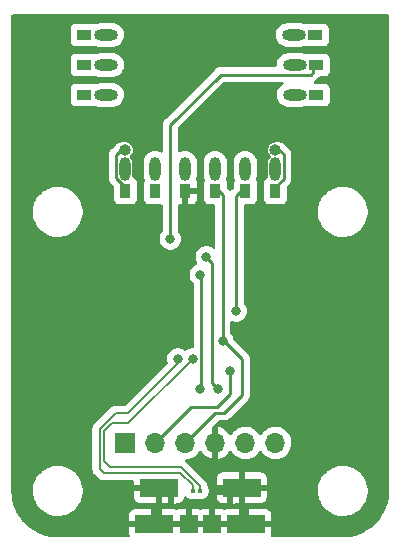
<source format=gbr>
%TF.GenerationSoftware,KiCad,Pcbnew,6.0.1+dfsg-1*%
%TF.CreationDate,2022-09-02T19:09:09-04:00*%
%TF.ProjectId,CH340-testing,43483334-302d-4746-9573-74696e672e6b,rev?*%
%TF.SameCoordinates,Original*%
%TF.FileFunction,Copper,L2,Bot*%
%TF.FilePolarity,Positive*%
%FSLAX46Y46*%
G04 Gerber Fmt 4.6, Leading zero omitted, Abs format (unit mm)*
G04 Created by KiCad (PCBNEW 6.0.1+dfsg-1) date 2022-09-02 19:09:09*
%MOMM*%
%LPD*%
G01*
G04 APERTURE LIST*
%TA.AperFunction,ComponentPad*%
%ADD10O,0.890000X1.550000*%
%TD*%
%TA.AperFunction,ComponentPad*%
%ADD11O,1.250000X0.950000*%
%TD*%
%TA.AperFunction,SMDPad,CuDef*%
%ADD12R,3.200000X1.550000*%
%TD*%
%TA.AperFunction,ComponentPad*%
%ADD13R,1.500000X1.550000*%
%TD*%
%TA.AperFunction,ComponentPad*%
%ADD14R,1.700000X1.700000*%
%TD*%
%TA.AperFunction,ComponentPad*%
%ADD15O,1.700000X1.700000*%
%TD*%
%TA.AperFunction,ComponentPad*%
%ADD16O,0.950000X2.000000*%
%TD*%
%TA.AperFunction,ComponentPad*%
%ADD17O,2.000000X0.950000*%
%TD*%
%TA.AperFunction,ComponentPad*%
%ADD18R,1.300000X0.900000*%
%TD*%
%TA.AperFunction,ComponentPad*%
%ADD19R,0.900000X1.300000*%
%TD*%
%TA.AperFunction,ComponentPad*%
%ADD20O,1.000000X1.000000*%
%TD*%
%TA.AperFunction,ViaPad*%
%ADD21C,0.800000*%
%TD*%
%TA.AperFunction,ViaPad*%
%ADD22C,0.400000*%
%TD*%
%TA.AperFunction,Conductor*%
%ADD23C,0.250000*%
%TD*%
%TA.AperFunction,Conductor*%
%ADD24C,0.200000*%
%TD*%
G04 APERTURE END LIST*
D10*
%TO.P,J2,6,Shield*%
%TO.N,GND*%
X146500000Y-140416000D03*
D11*
X152500000Y-137716000D03*
D12*
X153900000Y-140416000D03*
D10*
X153500000Y-140416000D03*
D13*
X149000000Y-140416000D03*
D12*
X146100000Y-140416000D03*
X146500000Y-137316000D03*
D13*
X151000000Y-140416000D03*
D11*
X147500000Y-137716000D03*
D12*
X153500000Y-137316000D03*
%TD*%
D14*
%TO.P,J1,1,Pin_1*%
%TO.N,+3V3*%
X143650000Y-133528000D03*
D15*
%TO.P,J1,2,Pin_2*%
%TO.N,RxD*%
X146190000Y-133528000D03*
%TO.P,J1,3,Pin_3*%
%TO.N,TxD*%
X148730000Y-133528000D03*
%TO.P,J1,4,Pin_4*%
%TO.N,GND*%
X151270000Y-133528000D03*
%TO.P,J1,5,Pin_5*%
%TO.N,DTR*%
X153810000Y-133528000D03*
%TO.P,J1,6,Pin_6*%
%TO.N,RTS*%
X156350000Y-133528000D03*
%TD*%
D16*
%TO.P,Um1,*%
%TO.N,*%
X146190000Y-110330000D03*
X148730000Y-110330000D03*
D17*
X142025000Y-104080000D03*
X142025000Y-99000000D03*
X157975000Y-104080000D03*
D16*
X153810000Y-110330000D03*
X143650000Y-110330000D03*
X156350000Y-110330000D03*
D17*
X157900000Y-99000000D03*
X142025000Y-101540000D03*
D16*
X151270000Y-110330000D03*
D17*
X157975000Y-101540000D03*
D18*
%TO.P,Um1,1,(XPD_DCDC)_GPIO16*%
%TO.N,io16*%
X140175000Y-99000000D03*
%TO.P,Um1,2,(MTMS)_GPIO14*%
%TO.N,io14*%
X140175000Y-101540000D03*
%TO.P,Um1,3,(MTCK)_GPIO13*%
%TO.N,io13*%
X140175000Y-104080000D03*
D19*
%TO.P,Um1,4,EN_(CHIP_PU)*%
%TO.N,EN*%
X143650000Y-112180000D03*
D20*
X143650000Y-108730000D03*
D19*
%TO.P,Um1,5,Vcc*%
%TO.N,+3V3*%
X146190000Y-112180000D03*
%TO.P,Um1,6,GND*%
%TO.N,GND*%
X148730000Y-112180000D03*
%TO.P,Um1,7,(U0TXD)_GPIO1*%
%TO.N,TxD*%
X151270000Y-112180000D03*
%TO.P,Um1,8,(U0RXD)_GPIO3*%
%TO.N,RxD*%
X153810000Y-112180000D03*
%TO.P,Um1,9,~{RST}_(EXT_RSTB)*%
%TO.N,RST*%
X156350000Y-112180000D03*
D20*
X156350000Y-108730000D03*
D18*
%TO.P,Um1,10,GPIO2*%
%TO.N,io2*%
X159825000Y-104080000D03*
%TO.P,Um1,11,GPIO0*%
%TO.N,io0*%
X159825000Y-101540000D03*
%TO.P,Um1,12,GPIO4*%
%TO.N,io4*%
X159750000Y-99000000D03*
%TD*%
D21*
%TO.N,GND*%
X148581500Y-122860000D03*
X163995194Y-105588000D03*
X155588000Y-125908000D03*
X137808000Y-127177999D03*
X159271000Y-130480000D03*
X163995194Y-107620000D03*
X164224000Y-119812000D03*
%TO.N,TxD*%
X151905000Y-124892000D03*
%TO.N,RxD*%
X153048000Y-122352000D03*
X152540000Y-127432000D03*
%TO.N,io0*%
X147460000Y-116256000D03*
%TO.N,DTR*%
X150000000Y-128956000D03*
X150000000Y-119280000D03*
%TO.N,RTS*%
X150508000Y-117780000D03*
X151524000Y-128956000D03*
%TO.N,UD+*%
X149365000Y-126416000D03*
D22*
X150000000Y-137592000D03*
%TO.N,UD-*%
X149350000Y-137592000D03*
D21*
X148095000Y-126416000D03*
%TD*%
D23*
%TO.N,TxD*%
X151905000Y-124892000D02*
X152032000Y-124892000D01*
X152032000Y-124892000D02*
X153556000Y-126416000D01*
X152032000Y-130988000D02*
X151270000Y-130988000D01*
X153556000Y-126416000D02*
X153556000Y-129464000D01*
X153556000Y-129464000D02*
X152032000Y-130988000D01*
X151270000Y-130988000D02*
X148730000Y-133528000D01*
%TO.N,RxD*%
X152540000Y-127432000D02*
X152540000Y-129389022D01*
X152540000Y-129389022D02*
X151449022Y-130480000D01*
X151449022Y-130480000D02*
X149238000Y-130480000D01*
X149238000Y-130480000D02*
X146190000Y-133528000D01*
%TO.N,TxD*%
X151905000Y-124892000D02*
X151905000Y-112515000D01*
X151905000Y-112515000D02*
X151270000Y-111880000D01*
%TO.N,RxD*%
X153048000Y-122352000D02*
X153048000Y-112642000D01*
X153048000Y-112642000D02*
X153810000Y-111880000D01*
%TO.N,RST*%
X156698000Y-108730000D02*
X157069520Y-109101520D01*
X157069520Y-109101520D02*
X157069520Y-111160480D01*
X156350000Y-108730000D02*
X156698000Y-108730000D01*
X157069520Y-111160480D02*
X156350000Y-111880000D01*
%TO.N,io0*%
X147460000Y-106604000D02*
X151724480Y-102339520D01*
X159525000Y-102159000D02*
X159525000Y-101540000D01*
X159344480Y-102339520D02*
X159525000Y-102159000D01*
X147460000Y-116256000D02*
X147460000Y-106604000D01*
X151724480Y-102339520D02*
X159344480Y-102339520D01*
%TO.N,DTR*%
X150000000Y-119280000D02*
X150089511Y-119369511D01*
X150089511Y-119369511D02*
X150089511Y-128866489D01*
X150089511Y-128866489D02*
X150000000Y-128956000D01*
%TO.N,RTS*%
X151016000Y-118288000D02*
X151016000Y-128448000D01*
X151016000Y-128448000D02*
X151524000Y-128956000D01*
X150508000Y-117780000D02*
X151016000Y-118288000D01*
D24*
%TO.N,UD+*%
X150000000Y-137208978D02*
X150000000Y-137592000D01*
X142380000Y-135560000D02*
X148351022Y-135560000D01*
X141872000Y-132512000D02*
X141872000Y-135052000D01*
X149365000Y-126416000D02*
X143904000Y-131877000D01*
X143904000Y-131877000D02*
X142507000Y-131877000D01*
X141872000Y-135052000D02*
X142380000Y-135560000D01*
X148351022Y-135560000D02*
X150000000Y-137208978D01*
X142507000Y-131877000D02*
X141872000Y-132512000D01*
%TO.N,UD-*%
X141472480Y-132346514D02*
X141472480Y-135725486D01*
X141843497Y-136096503D02*
X141872000Y-136068000D01*
X142830994Y-130988000D02*
X141472480Y-132346514D01*
X149350000Y-137123984D02*
X149350000Y-137592000D01*
X141872000Y-136068000D02*
X148294016Y-136068000D01*
X143904000Y-130988000D02*
X142830994Y-130988000D01*
X148095000Y-126797000D02*
X143904000Y-130988000D01*
X148095000Y-126416000D02*
X148095000Y-126797000D01*
X148294016Y-136068000D02*
X149350000Y-137123984D01*
X141472480Y-135725486D02*
X141843497Y-136096503D01*
D23*
%TO.N,EN*%
X142888000Y-111118000D02*
X143650000Y-111880000D01*
X143302000Y-108730000D02*
X142888000Y-109144000D01*
X143650000Y-108730000D02*
X143302000Y-108730000D01*
X142888000Y-109144000D02*
X142888000Y-111118000D01*
%TD*%
%TA.AperFunction,Conductor*%
%TO.N,GND*%
G36*
X165944122Y-97275002D02*
G01*
X165990615Y-97328658D01*
X166002001Y-97381000D01*
X166002000Y-117583794D01*
X166002000Y-137542671D01*
X166000500Y-137562056D01*
X165998350Y-137575865D01*
X165996814Y-137585729D01*
X165999274Y-137604538D01*
X165999416Y-137605625D01*
X166000346Y-137627783D01*
X165985475Y-137949442D01*
X165984401Y-137961031D01*
X165935769Y-138309657D01*
X165933630Y-138321096D01*
X165904083Y-138446724D01*
X165854128Y-138659123D01*
X165853042Y-138663739D01*
X165849860Y-138674925D01*
X165843198Y-138694801D01*
X165737994Y-139008684D01*
X165733790Y-139019536D01*
X165591609Y-139341546D01*
X165586429Y-139351951D01*
X165415133Y-139659486D01*
X165409017Y-139669363D01*
X165210086Y-139959766D01*
X165203072Y-139969054D01*
X164978194Y-140239864D01*
X164970353Y-140248464D01*
X164721465Y-140497352D01*
X164712865Y-140505193D01*
X164442055Y-140730071D01*
X164432767Y-140737085D01*
X164142364Y-140936016D01*
X164132487Y-140942132D01*
X163824952Y-141113428D01*
X163814547Y-141118608D01*
X163492537Y-141260789D01*
X163481685Y-141264993D01*
X163351563Y-141308606D01*
X163147926Y-141376859D01*
X163136744Y-141380040D01*
X162987488Y-141415144D01*
X162794097Y-141460629D01*
X162782658Y-141462768D01*
X162434032Y-141511400D01*
X162422444Y-141512474D01*
X162397391Y-141513632D01*
X162108184Y-141527002D01*
X162082985Y-141525637D01*
X162080142Y-141525194D01*
X162080140Y-141525194D01*
X162071270Y-141523813D01*
X162062368Y-141524977D01*
X162062365Y-141524977D01*
X162039749Y-141527935D01*
X162023411Y-141528999D01*
X156097655Y-141528999D01*
X156029534Y-141508997D01*
X155983041Y-141455341D01*
X155972937Y-141385067D01*
X155979673Y-141358770D01*
X155998478Y-141308609D01*
X156002105Y-141293351D01*
X156007631Y-141242486D01*
X156008000Y-141235672D01*
X156008000Y-140688115D01*
X156003525Y-140672876D01*
X156002135Y-140671671D01*
X155994452Y-140670000D01*
X144010116Y-140670000D01*
X143994877Y-140674475D01*
X143993672Y-140675865D01*
X143992001Y-140683548D01*
X143992001Y-141235669D01*
X143992371Y-141242490D01*
X143997895Y-141293352D01*
X144001522Y-141308606D01*
X144020327Y-141358770D01*
X144025510Y-141429577D01*
X143991589Y-141491946D01*
X143929334Y-141526075D01*
X143902345Y-141528999D01*
X137984328Y-141528999D01*
X137964943Y-141527499D01*
X137950142Y-141525194D01*
X137950139Y-141525194D01*
X137941270Y-141523813D01*
X137922105Y-141526319D01*
X137921374Y-141526415D01*
X137899216Y-141527345D01*
X137577557Y-141512474D01*
X137565968Y-141511400D01*
X137217342Y-141462768D01*
X137205903Y-141460629D01*
X137012512Y-141415144D01*
X136863256Y-141380040D01*
X136852074Y-141376859D01*
X136648437Y-141308606D01*
X136518315Y-141264993D01*
X136507463Y-141260789D01*
X136185453Y-141118608D01*
X136175048Y-141113428D01*
X135867513Y-140942132D01*
X135857636Y-140936016D01*
X135567233Y-140737085D01*
X135557945Y-140730071D01*
X135287135Y-140505193D01*
X135278535Y-140497352D01*
X135029647Y-140248464D01*
X135021806Y-140239864D01*
X134942106Y-140143885D01*
X143992000Y-140143885D01*
X143996475Y-140159124D01*
X143997865Y-140160329D01*
X144005548Y-140162000D01*
X145827885Y-140162000D01*
X145843124Y-140157525D01*
X145844329Y-140156135D01*
X145846000Y-140148452D01*
X145846000Y-140143885D01*
X146754000Y-140143885D01*
X146758475Y-140159124D01*
X146759865Y-140160329D01*
X146767548Y-140162000D01*
X148727885Y-140162000D01*
X148743124Y-140157525D01*
X148744329Y-140156135D01*
X148746000Y-140148452D01*
X148746000Y-140143885D01*
X149254000Y-140143885D01*
X149258475Y-140159124D01*
X149259865Y-140160329D01*
X149267548Y-140162000D01*
X150727885Y-140162000D01*
X150743124Y-140157525D01*
X150744329Y-140156135D01*
X150746000Y-140148452D01*
X150746000Y-140143885D01*
X151254000Y-140143885D01*
X151258475Y-140159124D01*
X151259865Y-140160329D01*
X151267548Y-140162000D01*
X153227885Y-140162000D01*
X153243124Y-140157525D01*
X153244329Y-140156135D01*
X153246000Y-140148452D01*
X153246000Y-140143885D01*
X154154000Y-140143885D01*
X154158475Y-140159124D01*
X154159865Y-140160329D01*
X154167548Y-140162000D01*
X155989884Y-140162000D01*
X156005123Y-140157525D01*
X156006328Y-140156135D01*
X156007999Y-140148452D01*
X156007999Y-139596331D01*
X156007629Y-139589510D01*
X156002105Y-139538648D01*
X155998479Y-139523396D01*
X155953324Y-139402946D01*
X155944786Y-139387351D01*
X155868285Y-139285276D01*
X155855724Y-139272715D01*
X155753649Y-139196214D01*
X155738054Y-139187676D01*
X155617606Y-139142522D01*
X155602351Y-139138895D01*
X155551486Y-139133369D01*
X155544672Y-139133000D01*
X154172115Y-139133001D01*
X154156876Y-139137476D01*
X154155671Y-139138866D01*
X154154000Y-139146549D01*
X154154000Y-140143885D01*
X153246000Y-140143885D01*
X153246000Y-139151116D01*
X153241525Y-139135877D01*
X153240135Y-139134672D01*
X153232452Y-139133001D01*
X152255331Y-139133001D01*
X152248510Y-139133371D01*
X152197648Y-139138895D01*
X152182394Y-139142522D01*
X152069229Y-139184945D01*
X151998422Y-139190128D01*
X151980771Y-139184945D01*
X151867609Y-139142522D01*
X151852351Y-139138895D01*
X151801486Y-139133369D01*
X151794672Y-139133000D01*
X151272115Y-139133000D01*
X151256876Y-139137475D01*
X151255671Y-139138865D01*
X151254000Y-139146548D01*
X151254000Y-140143885D01*
X150746000Y-140143885D01*
X150746000Y-139151116D01*
X150741525Y-139135877D01*
X150740135Y-139134672D01*
X150732452Y-139133001D01*
X150205331Y-139133001D01*
X150198510Y-139133371D01*
X150147648Y-139138895D01*
X150132396Y-139142521D01*
X150044230Y-139175573D01*
X149973422Y-139180756D01*
X149955770Y-139175573D01*
X149867606Y-139142522D01*
X149852351Y-139138895D01*
X149801486Y-139133369D01*
X149794672Y-139133000D01*
X149272115Y-139133000D01*
X149256876Y-139137475D01*
X149255671Y-139138865D01*
X149254000Y-139146548D01*
X149254000Y-140143885D01*
X148746000Y-140143885D01*
X148746000Y-139151116D01*
X148741525Y-139135877D01*
X148740135Y-139134672D01*
X148732452Y-139133001D01*
X148205331Y-139133001D01*
X148198510Y-139133371D01*
X148147648Y-139138895D01*
X148132394Y-139142522D01*
X148019229Y-139184945D01*
X147948422Y-139190128D01*
X147930771Y-139184945D01*
X147817609Y-139142522D01*
X147802351Y-139138895D01*
X147751486Y-139133369D01*
X147744672Y-139133000D01*
X146772115Y-139133000D01*
X146756876Y-139137475D01*
X146755671Y-139138865D01*
X146754000Y-139146548D01*
X146754000Y-140143885D01*
X145846000Y-140143885D01*
X145846000Y-139151115D01*
X145841525Y-139135876D01*
X145840135Y-139134671D01*
X145832452Y-139133000D01*
X144455331Y-139133001D01*
X144448510Y-139133371D01*
X144397648Y-139138895D01*
X144382396Y-139142521D01*
X144261946Y-139187676D01*
X144246351Y-139196214D01*
X144144276Y-139272715D01*
X144131715Y-139285276D01*
X144055214Y-139387351D01*
X144046676Y-139402946D01*
X144001522Y-139523394D01*
X143997895Y-139538649D01*
X143992369Y-139589514D01*
X143992000Y-139596328D01*
X143992000Y-140143885D01*
X134942106Y-140143885D01*
X134796928Y-139969054D01*
X134789914Y-139959766D01*
X134590983Y-139669363D01*
X134584867Y-139659486D01*
X134413571Y-139351951D01*
X134408391Y-139341546D01*
X134266210Y-139019536D01*
X134262006Y-139008684D01*
X134156802Y-138694801D01*
X134150140Y-138674925D01*
X134146958Y-138663739D01*
X134145873Y-138659123D01*
X134095917Y-138446724D01*
X134066370Y-138321096D01*
X134064231Y-138309657D01*
X134015599Y-137961031D01*
X134014525Y-137949442D01*
X134004135Y-137724703D01*
X135825743Y-137724703D01*
X135826302Y-137728947D01*
X135826302Y-137728951D01*
X135842810Y-137854340D01*
X135863268Y-138009734D01*
X135864401Y-138013874D01*
X135864401Y-138013876D01*
X135878484Y-138065353D01*
X135939129Y-138287036D01*
X135940813Y-138290984D01*
X136045231Y-138535786D01*
X136051923Y-138551476D01*
X136199561Y-138798161D01*
X136379313Y-139022528D01*
X136396397Y-139038740D01*
X136555927Y-139190128D01*
X136587851Y-139220423D01*
X136821317Y-139388186D01*
X136825112Y-139390195D01*
X136825113Y-139390196D01*
X136846869Y-139401715D01*
X137075392Y-139522712D01*
X137345373Y-139621511D01*
X137626264Y-139682755D01*
X137654841Y-139685004D01*
X137849282Y-139700307D01*
X137849291Y-139700307D01*
X137851739Y-139700500D01*
X138007271Y-139700500D01*
X138009407Y-139700354D01*
X138009418Y-139700354D01*
X138217548Y-139686165D01*
X138217554Y-139686164D01*
X138221825Y-139685873D01*
X138226020Y-139685004D01*
X138226022Y-139685004D01*
X138362584Y-139656723D01*
X138503342Y-139627574D01*
X138774343Y-139531607D01*
X139029812Y-139399750D01*
X139033313Y-139397289D01*
X139033317Y-139397287D01*
X139192692Y-139285276D01*
X139265023Y-139234441D01*
X139359607Y-139146548D01*
X139472479Y-139041661D01*
X139472481Y-139041658D01*
X139475622Y-139038740D01*
X139657713Y-138816268D01*
X139807927Y-138571142D01*
X139859833Y-138452898D01*
X139921757Y-138311830D01*
X139923483Y-138307898D01*
X139935645Y-138265205D01*
X139972544Y-138135669D01*
X144392001Y-138135669D01*
X144392371Y-138142490D01*
X144397895Y-138193352D01*
X144401521Y-138208604D01*
X144446676Y-138329054D01*
X144455214Y-138344649D01*
X144531715Y-138446724D01*
X144544276Y-138459285D01*
X144646351Y-138535786D01*
X144661946Y-138544324D01*
X144782394Y-138589478D01*
X144797649Y-138593105D01*
X144848514Y-138598631D01*
X144855328Y-138599000D01*
X146227885Y-138598999D01*
X146243124Y-138594524D01*
X146244329Y-138593134D01*
X146246000Y-138585451D01*
X146246000Y-138580884D01*
X146754000Y-138580884D01*
X146758475Y-138596123D01*
X146759865Y-138597328D01*
X146767548Y-138598999D01*
X146889222Y-138598999D01*
X146939263Y-138609362D01*
X147045382Y-138655284D01*
X147057485Y-138659123D01*
X147228264Y-138694801D01*
X147242325Y-138693678D01*
X147246000Y-138683571D01*
X147246000Y-137988115D01*
X147241525Y-137972876D01*
X147240135Y-137971671D01*
X147232452Y-137970000D01*
X146772115Y-137970000D01*
X146756876Y-137974475D01*
X146755671Y-137975865D01*
X146754000Y-137983548D01*
X146754000Y-138580884D01*
X146246000Y-138580884D01*
X146246000Y-137588115D01*
X146241525Y-137572876D01*
X146240135Y-137571671D01*
X146232452Y-137570000D01*
X144410116Y-137570000D01*
X144394877Y-137574475D01*
X144393672Y-137575865D01*
X144392001Y-137583548D01*
X144392001Y-138135669D01*
X139972544Y-138135669D01*
X139988579Y-138079378D01*
X140002244Y-138031406D01*
X140042751Y-137746784D01*
X140042845Y-137728951D01*
X140044235Y-137463583D01*
X140044235Y-137463576D01*
X140044257Y-137459297D01*
X140006732Y-137174266D01*
X139930871Y-136896964D01*
X139892458Y-136806906D01*
X139819763Y-136636476D01*
X139819761Y-136636472D01*
X139818077Y-136632524D01*
X139702045Y-136438648D01*
X139672643Y-136389521D01*
X139672640Y-136389517D01*
X139670439Y-136385839D01*
X139490687Y-136161472D01*
X139355697Y-136033371D01*
X139285258Y-135966527D01*
X139285255Y-135966525D01*
X139282149Y-135963577D01*
X139048683Y-135795814D01*
X139026843Y-135784250D01*
X138931323Y-135733675D01*
X138915857Y-135725486D01*
X140858730Y-135725486D01*
X140863980Y-135765366D01*
X140863980Y-135765371D01*
X140877089Y-135864943D01*
X140879642Y-135884337D01*
X140940956Y-136032362D01*
X140945983Y-136038913D01*
X140945984Y-136038915D01*
X141014000Y-136127555D01*
X141014006Y-136127561D01*
X141038493Y-136159473D01*
X141045048Y-136164503D01*
X141063859Y-136178938D01*
X141076250Y-136189805D01*
X141379178Y-136492733D01*
X141390045Y-136505124D01*
X141404484Y-136523941D01*
X141404487Y-136523944D01*
X141409510Y-136530490D01*
X141441423Y-136554978D01*
X141441425Y-136554980D01*
X141470188Y-136577051D01*
X141536621Y-136628027D01*
X141544247Y-136631186D01*
X141544249Y-136631187D01*
X141610633Y-136658684D01*
X141684646Y-136689341D01*
X141692833Y-136690419D01*
X141692834Y-136690419D01*
X141835308Y-136709175D01*
X141843497Y-136710253D01*
X141851686Y-136709175D01*
X141994160Y-136690419D01*
X141994161Y-136690419D01*
X142002348Y-136689341D01*
X142009978Y-136686180D01*
X142009980Y-136686180D01*
X142010193Y-136686092D01*
X142010645Y-136686002D01*
X142017957Y-136684043D01*
X142018085Y-136684522D01*
X142058412Y-136676500D01*
X144266000Y-136676500D01*
X144334121Y-136696502D01*
X144380614Y-136750158D01*
X144392000Y-136802500D01*
X144392000Y-137043885D01*
X144396475Y-137059124D01*
X144397865Y-137060329D01*
X144405548Y-137062000D01*
X146628000Y-137062000D01*
X146696121Y-137082002D01*
X146742614Y-137135658D01*
X146754000Y-137188000D01*
X146754000Y-137443885D01*
X146758475Y-137459124D01*
X146759865Y-137460329D01*
X146767548Y-137462000D01*
X147628000Y-137462000D01*
X147696121Y-137482002D01*
X147742614Y-137535658D01*
X147754000Y-137588000D01*
X147754000Y-138675390D01*
X147758216Y-138689750D01*
X147770695Y-138691809D01*
X147842331Y-138684533D01*
X147854770Y-138681979D01*
X148033143Y-138626080D01*
X148044828Y-138621072D01*
X148056151Y-138614796D01*
X148117236Y-138598999D01*
X148144669Y-138598999D01*
X148151490Y-138598629D01*
X148202352Y-138593105D01*
X148217604Y-138589479D01*
X148338054Y-138544324D01*
X148353649Y-138535786D01*
X148455724Y-138459285D01*
X148468285Y-138446724D01*
X148544786Y-138344649D01*
X148553324Y-138329054D01*
X148598478Y-138208606D01*
X148602106Y-138193350D01*
X148607364Y-138144941D01*
X148634605Y-138079378D01*
X148692968Y-138038951D01*
X148763922Y-138036495D01*
X148817426Y-138065353D01*
X148930944Y-138168646D01*
X148930948Y-138168649D01*
X148936565Y-138173760D01*
X149087268Y-138255585D01*
X149253139Y-138299101D01*
X149340586Y-138300474D01*
X149417003Y-138301675D01*
X149417006Y-138301675D01*
X149424602Y-138301794D01*
X149432006Y-138300098D01*
X149432008Y-138300098D01*
X149507111Y-138282897D01*
X149591759Y-138263510D01*
X149603687Y-138257511D01*
X149616029Y-138251304D01*
X149685873Y-138238567D01*
X149723141Y-138250149D01*
X149723531Y-138249165D01*
X149730594Y-138251962D01*
X149737268Y-138255585D01*
X149903139Y-138299101D01*
X149990586Y-138300474D01*
X150067003Y-138301675D01*
X150067006Y-138301675D01*
X150074602Y-138301794D01*
X150082006Y-138300098D01*
X150082008Y-138300098D01*
X150157111Y-138282897D01*
X150241759Y-138263510D01*
X150394958Y-138186459D01*
X150400729Y-138181530D01*
X150400732Y-138181528D01*
X150454425Y-138135669D01*
X151392001Y-138135669D01*
X151392371Y-138142490D01*
X151397895Y-138193352D01*
X151401521Y-138208604D01*
X151446676Y-138329054D01*
X151455214Y-138344649D01*
X151531715Y-138446724D01*
X151544276Y-138459285D01*
X151646351Y-138535786D01*
X151661946Y-138544324D01*
X151782394Y-138589478D01*
X151797649Y-138593105D01*
X151848514Y-138598631D01*
X151855328Y-138599000D01*
X151889224Y-138599000D01*
X151939265Y-138609363D01*
X152045382Y-138655284D01*
X152057485Y-138659123D01*
X152228264Y-138694801D01*
X152242325Y-138693678D01*
X152246000Y-138683571D01*
X152246000Y-138675390D01*
X152754000Y-138675390D01*
X152758216Y-138689750D01*
X152770695Y-138691809D01*
X152842331Y-138684533D01*
X152854770Y-138681979D01*
X153033147Y-138626079D01*
X153044826Y-138621074D01*
X153056150Y-138614797D01*
X153117235Y-138599000D01*
X153227885Y-138599000D01*
X153243124Y-138594525D01*
X153244329Y-138593135D01*
X153246000Y-138585452D01*
X153246000Y-138580885D01*
X153754000Y-138580885D01*
X153758475Y-138596124D01*
X153759865Y-138597329D01*
X153767548Y-138599000D01*
X155144669Y-138598999D01*
X155151490Y-138598629D01*
X155202352Y-138593105D01*
X155217604Y-138589479D01*
X155338054Y-138544324D01*
X155353649Y-138535786D01*
X155455724Y-138459285D01*
X155468285Y-138446724D01*
X155544786Y-138344649D01*
X155553324Y-138329054D01*
X155598478Y-138208606D01*
X155602105Y-138193351D01*
X155607631Y-138142486D01*
X155608000Y-138135672D01*
X155608000Y-137724703D01*
X159955743Y-137724703D01*
X159956302Y-137728947D01*
X159956302Y-137728951D01*
X159972810Y-137854340D01*
X159993268Y-138009734D01*
X159994401Y-138013874D01*
X159994401Y-138013876D01*
X160008484Y-138065353D01*
X160069129Y-138287036D01*
X160070813Y-138290984D01*
X160175231Y-138535786D01*
X160181923Y-138551476D01*
X160329561Y-138798161D01*
X160509313Y-139022528D01*
X160526397Y-139038740D01*
X160685927Y-139190128D01*
X160717851Y-139220423D01*
X160951317Y-139388186D01*
X160955112Y-139390195D01*
X160955113Y-139390196D01*
X160976869Y-139401715D01*
X161205392Y-139522712D01*
X161475373Y-139621511D01*
X161756264Y-139682755D01*
X161784841Y-139685004D01*
X161979282Y-139700307D01*
X161979291Y-139700307D01*
X161981739Y-139700500D01*
X162137271Y-139700500D01*
X162139407Y-139700354D01*
X162139418Y-139700354D01*
X162347548Y-139686165D01*
X162347554Y-139686164D01*
X162351825Y-139685873D01*
X162356020Y-139685004D01*
X162356022Y-139685004D01*
X162492584Y-139656723D01*
X162633342Y-139627574D01*
X162904343Y-139531607D01*
X163159812Y-139399750D01*
X163163313Y-139397289D01*
X163163317Y-139397287D01*
X163322692Y-139285276D01*
X163395023Y-139234441D01*
X163489607Y-139146548D01*
X163602479Y-139041661D01*
X163602481Y-139041658D01*
X163605622Y-139038740D01*
X163787713Y-138816268D01*
X163937927Y-138571142D01*
X163989833Y-138452898D01*
X164051757Y-138311830D01*
X164053483Y-138307898D01*
X164065645Y-138265205D01*
X164118579Y-138079378D01*
X164132244Y-138031406D01*
X164172751Y-137746784D01*
X164172845Y-137728951D01*
X164174235Y-137463583D01*
X164174235Y-137463576D01*
X164174257Y-137459297D01*
X164136732Y-137174266D01*
X164060871Y-136896964D01*
X164022458Y-136806906D01*
X163949763Y-136636476D01*
X163949761Y-136636472D01*
X163948077Y-136632524D01*
X163832045Y-136438648D01*
X163802643Y-136389521D01*
X163802640Y-136389517D01*
X163800439Y-136385839D01*
X163620687Y-136161472D01*
X163485697Y-136033371D01*
X163415258Y-135966527D01*
X163415255Y-135966525D01*
X163412149Y-135963577D01*
X163178683Y-135795814D01*
X163156843Y-135784250D01*
X163061323Y-135733675D01*
X162924608Y-135661288D01*
X162654627Y-135562489D01*
X162373736Y-135501245D01*
X162342685Y-135498801D01*
X162150718Y-135483693D01*
X162150709Y-135483693D01*
X162148261Y-135483500D01*
X161992729Y-135483500D01*
X161990593Y-135483646D01*
X161990582Y-135483646D01*
X161782452Y-135497835D01*
X161782446Y-135497836D01*
X161778175Y-135498127D01*
X161773980Y-135498996D01*
X161773978Y-135498996D01*
X161637417Y-135527276D01*
X161496658Y-135556426D01*
X161225657Y-135652393D01*
X161221848Y-135654359D01*
X161068176Y-135733675D01*
X160970188Y-135784250D01*
X160966687Y-135786711D01*
X160966683Y-135786713D01*
X160956594Y-135793804D01*
X160734977Y-135949559D01*
X160719892Y-135963577D01*
X160543428Y-136127558D01*
X160524378Y-136145260D01*
X160342287Y-136367732D01*
X160192073Y-136612858D01*
X160190347Y-136616791D01*
X160190346Y-136616792D01*
X160131651Y-136750503D01*
X160076517Y-136876102D01*
X159997756Y-137152594D01*
X159957249Y-137437216D01*
X159957227Y-137441505D01*
X159957226Y-137441512D01*
X159955765Y-137720417D01*
X159955743Y-137724703D01*
X155608000Y-137724703D01*
X155608000Y-137588115D01*
X155603525Y-137572876D01*
X155602135Y-137571671D01*
X155594452Y-137570000D01*
X153772115Y-137570000D01*
X153756876Y-137574475D01*
X153755671Y-137575865D01*
X153754000Y-137583548D01*
X153754000Y-138580885D01*
X153246000Y-138580885D01*
X153246000Y-137988115D01*
X153241525Y-137972876D01*
X153240135Y-137971671D01*
X153232452Y-137970000D01*
X152772115Y-137970000D01*
X152756876Y-137974475D01*
X152755671Y-137975865D01*
X152754000Y-137983548D01*
X152754000Y-138675390D01*
X152246000Y-138675390D01*
X152246000Y-137988115D01*
X152241525Y-137972876D01*
X152240135Y-137971671D01*
X152232452Y-137970000D01*
X151410116Y-137970000D01*
X151394877Y-137974475D01*
X151393672Y-137975865D01*
X151392001Y-137983548D01*
X151392001Y-138135669D01*
X150454425Y-138135669D01*
X150519578Y-138080023D01*
X150525355Y-138075089D01*
X150625424Y-137935830D01*
X150689385Y-137776720D01*
X150693040Y-137751036D01*
X150712966Y-137611031D01*
X150712966Y-137611027D01*
X150713547Y-137606947D01*
X150713704Y-137592000D01*
X150708656Y-137550284D01*
X150694015Y-137429299D01*
X150694014Y-137429296D01*
X150693102Y-137421758D01*
X150657397Y-137327266D01*
X150635173Y-137268451D01*
X150635171Y-137268448D01*
X150632487Y-137261344D01*
X150628183Y-137255082D01*
X150627011Y-137252840D01*
X150616159Y-137208661D01*
X150613750Y-137208978D01*
X150608500Y-137169098D01*
X150608500Y-137169093D01*
X150593916Y-137058314D01*
X150593915Y-137058312D01*
X150592838Y-137050128D01*
X150584815Y-137030758D01*
X150531524Y-136902102D01*
X150511574Y-136876102D01*
X150458483Y-136806914D01*
X150458477Y-136806906D01*
X150458474Y-136806903D01*
X150433987Y-136774991D01*
X150427432Y-136769961D01*
X150408621Y-136755526D01*
X150396230Y-136744659D01*
X150147899Y-136496328D01*
X151392000Y-136496328D01*
X151392001Y-137043885D01*
X151396476Y-137059124D01*
X151397866Y-137060329D01*
X151405549Y-137062000D01*
X153227885Y-137062000D01*
X153243124Y-137057525D01*
X153244329Y-137056135D01*
X153246000Y-137048452D01*
X153246000Y-137043885D01*
X153754000Y-137043885D01*
X153758475Y-137059124D01*
X153759865Y-137060329D01*
X153767548Y-137062000D01*
X155589884Y-137062000D01*
X155605123Y-137057525D01*
X155606328Y-137056135D01*
X155607999Y-137048452D01*
X155607999Y-136496331D01*
X155607629Y-136489510D01*
X155602105Y-136438648D01*
X155598479Y-136423396D01*
X155553324Y-136302946D01*
X155544786Y-136287351D01*
X155468285Y-136185276D01*
X155455724Y-136172715D01*
X155353649Y-136096214D01*
X155338054Y-136087676D01*
X155217606Y-136042522D01*
X155202351Y-136038895D01*
X155151486Y-136033369D01*
X155144672Y-136033000D01*
X153772115Y-136033000D01*
X153756876Y-136037475D01*
X153755671Y-136038865D01*
X153754000Y-136046548D01*
X153754000Y-137043885D01*
X153246000Y-137043885D01*
X153246000Y-136051116D01*
X153241525Y-136035877D01*
X153240135Y-136034672D01*
X153232452Y-136033001D01*
X151855331Y-136033001D01*
X151848510Y-136033371D01*
X151797648Y-136038895D01*
X151782396Y-136042521D01*
X151661946Y-136087676D01*
X151646351Y-136096214D01*
X151544276Y-136172715D01*
X151531715Y-136185276D01*
X151455214Y-136287351D01*
X151446676Y-136302946D01*
X151401522Y-136423394D01*
X151397895Y-136438649D01*
X151392369Y-136489514D01*
X151392000Y-136496328D01*
X150147899Y-136496328D01*
X148815337Y-135163766D01*
X148804470Y-135151375D01*
X148790035Y-135132563D01*
X148785009Y-135126013D01*
X148764660Y-135110399D01*
X148722794Y-135053062D01*
X148718573Y-134982191D01*
X148753338Y-134920288D01*
X148816051Y-134887007D01*
X148825353Y-134885459D01*
X149005415Y-134862393D01*
X149008288Y-134862025D01*
X149008289Y-134862025D01*
X149013416Y-134861368D01*
X149018366Y-134859883D01*
X149222429Y-134798661D01*
X149222434Y-134798659D01*
X149227384Y-134797174D01*
X149427994Y-134698896D01*
X149609860Y-134569173D01*
X149768096Y-134411489D01*
X149898453Y-134230077D01*
X149899640Y-134230930D01*
X149946960Y-134187362D01*
X150016897Y-134175145D01*
X150082338Y-134202678D01*
X150110166Y-134234511D01*
X150167694Y-134328388D01*
X150173777Y-134336699D01*
X150313213Y-134497667D01*
X150320580Y-134504883D01*
X150484434Y-134640916D01*
X150492881Y-134646831D01*
X150676756Y-134754279D01*
X150686042Y-134758729D01*
X150885001Y-134834703D01*
X150894899Y-134837579D01*
X150998250Y-134858606D01*
X151012299Y-134857410D01*
X151016000Y-134847065D01*
X151016000Y-134846517D01*
X151524000Y-134846517D01*
X151528064Y-134860359D01*
X151541478Y-134862393D01*
X151548184Y-134861534D01*
X151558262Y-134859392D01*
X151762255Y-134798191D01*
X151771842Y-134794433D01*
X151963095Y-134700739D01*
X151971945Y-134695464D01*
X152145328Y-134571792D01*
X152153200Y-134565139D01*
X152304052Y-134414812D01*
X152310730Y-134406965D01*
X152438022Y-134229819D01*
X152439279Y-134230722D01*
X152486373Y-134187362D01*
X152556311Y-134175145D01*
X152621751Y-134202678D01*
X152649579Y-134234511D01*
X152709987Y-134333088D01*
X152856250Y-134501938D01*
X153028126Y-134644632D01*
X153221000Y-134757338D01*
X153429692Y-134837030D01*
X153434760Y-134838061D01*
X153434763Y-134838062D01*
X153529862Y-134857410D01*
X153648597Y-134881567D01*
X153653772Y-134881757D01*
X153653774Y-134881757D01*
X153866673Y-134889564D01*
X153866677Y-134889564D01*
X153871837Y-134889753D01*
X153876957Y-134889097D01*
X153876959Y-134889097D01*
X154088288Y-134862025D01*
X154088289Y-134862025D01*
X154093416Y-134861368D01*
X154098366Y-134859883D01*
X154302429Y-134798661D01*
X154302434Y-134798659D01*
X154307384Y-134797174D01*
X154507994Y-134698896D01*
X154689860Y-134569173D01*
X154848096Y-134411489D01*
X154978453Y-134230077D01*
X154979776Y-134231028D01*
X155026645Y-134187857D01*
X155096580Y-134175625D01*
X155162026Y-134203144D01*
X155189875Y-134234994D01*
X155249987Y-134333088D01*
X155396250Y-134501938D01*
X155568126Y-134644632D01*
X155761000Y-134757338D01*
X155969692Y-134837030D01*
X155974760Y-134838061D01*
X155974763Y-134838062D01*
X156069862Y-134857410D01*
X156188597Y-134881567D01*
X156193772Y-134881757D01*
X156193774Y-134881757D01*
X156406673Y-134889564D01*
X156406677Y-134889564D01*
X156411837Y-134889753D01*
X156416957Y-134889097D01*
X156416959Y-134889097D01*
X156628288Y-134862025D01*
X156628289Y-134862025D01*
X156633416Y-134861368D01*
X156638366Y-134859883D01*
X156842429Y-134798661D01*
X156842434Y-134798659D01*
X156847384Y-134797174D01*
X157047994Y-134698896D01*
X157229860Y-134569173D01*
X157388096Y-134411489D01*
X157518453Y-134230077D01*
X157531995Y-134202678D01*
X157615136Y-134034453D01*
X157615137Y-134034451D01*
X157617430Y-134029811D01*
X157682370Y-133816069D01*
X157711529Y-133594590D01*
X157713156Y-133528000D01*
X157694852Y-133305361D01*
X157640431Y-133088702D01*
X157551354Y-132883840D01*
X157430014Y-132696277D01*
X157279670Y-132531051D01*
X157275619Y-132527852D01*
X157275615Y-132527848D01*
X157108414Y-132395800D01*
X157108410Y-132395798D01*
X157104359Y-132392598D01*
X157093121Y-132386394D01*
X157035710Y-132354702D01*
X156908789Y-132284638D01*
X156903920Y-132282914D01*
X156903916Y-132282912D01*
X156703087Y-132211795D01*
X156703083Y-132211794D01*
X156698212Y-132210069D01*
X156693119Y-132209162D01*
X156693116Y-132209161D01*
X156483373Y-132171800D01*
X156483367Y-132171799D01*
X156478284Y-132170894D01*
X156404452Y-132169992D01*
X156260081Y-132168228D01*
X156260079Y-132168228D01*
X156254911Y-132168165D01*
X156034091Y-132201955D01*
X155821756Y-132271357D01*
X155623607Y-132374507D01*
X155619474Y-132377610D01*
X155619471Y-132377612D01*
X155449100Y-132505530D01*
X155444965Y-132508635D01*
X155441393Y-132512373D01*
X155333729Y-132625037D01*
X155290629Y-132670138D01*
X155183201Y-132827621D01*
X155128293Y-132872621D01*
X155057768Y-132880792D01*
X154994021Y-132849538D01*
X154973324Y-132825054D01*
X154892822Y-132700617D01*
X154892820Y-132700614D01*
X154890014Y-132696277D01*
X154739670Y-132531051D01*
X154735619Y-132527852D01*
X154735615Y-132527848D01*
X154568414Y-132395800D01*
X154568410Y-132395798D01*
X154564359Y-132392598D01*
X154553121Y-132386394D01*
X154495710Y-132354702D01*
X154368789Y-132284638D01*
X154363920Y-132282914D01*
X154363916Y-132282912D01*
X154163087Y-132211795D01*
X154163083Y-132211794D01*
X154158212Y-132210069D01*
X154153119Y-132209162D01*
X154153116Y-132209161D01*
X153943373Y-132171800D01*
X153943367Y-132171799D01*
X153938284Y-132170894D01*
X153864452Y-132169992D01*
X153720081Y-132168228D01*
X153720079Y-132168228D01*
X153714911Y-132168165D01*
X153494091Y-132201955D01*
X153281756Y-132271357D01*
X153083607Y-132374507D01*
X153079474Y-132377610D01*
X153079471Y-132377612D01*
X152909100Y-132505530D01*
X152904965Y-132508635D01*
X152901393Y-132512373D01*
X152793729Y-132625037D01*
X152750629Y-132670138D01*
X152643204Y-132827618D01*
X152642898Y-132828066D01*
X152587987Y-132873069D01*
X152517462Y-132881240D01*
X152453715Y-132849986D01*
X152433018Y-132825502D01*
X152352426Y-132700926D01*
X152346136Y-132692757D01*
X152202806Y-132535240D01*
X152195273Y-132528215D01*
X152028139Y-132396222D01*
X152019552Y-132390517D01*
X151833117Y-132287599D01*
X151823705Y-132283369D01*
X151622959Y-132212280D01*
X151612988Y-132209646D01*
X151541837Y-132196972D01*
X151528540Y-132198432D01*
X151524000Y-132212989D01*
X151524000Y-134846517D01*
X151016000Y-134846517D01*
X151016000Y-132192987D01*
X151020447Y-132192987D01*
X151020440Y-132155275D01*
X151052248Y-132101656D01*
X151495499Y-131658405D01*
X151557811Y-131624379D01*
X151584594Y-131621500D01*
X151953233Y-131621500D01*
X151964416Y-131622027D01*
X151971909Y-131623702D01*
X151979835Y-131623453D01*
X151979836Y-131623453D01*
X152039986Y-131621562D01*
X152043945Y-131621500D01*
X152071856Y-131621500D01*
X152075791Y-131621003D01*
X152075856Y-131620995D01*
X152087693Y-131620062D01*
X152119951Y-131619048D01*
X152123970Y-131618922D01*
X152131889Y-131618673D01*
X152151343Y-131613021D01*
X152170700Y-131609013D01*
X152182930Y-131607468D01*
X152182931Y-131607468D01*
X152190797Y-131606474D01*
X152198168Y-131603555D01*
X152198170Y-131603555D01*
X152231912Y-131590196D01*
X152243142Y-131586351D01*
X152277983Y-131576229D01*
X152277984Y-131576229D01*
X152285593Y-131574018D01*
X152292412Y-131569985D01*
X152292417Y-131569983D01*
X152303028Y-131563707D01*
X152320776Y-131555012D01*
X152339617Y-131547552D01*
X152375387Y-131521564D01*
X152385307Y-131515048D01*
X152416535Y-131496580D01*
X152416538Y-131496578D01*
X152423362Y-131492542D01*
X152437683Y-131478221D01*
X152452717Y-131465380D01*
X152462694Y-131458131D01*
X152469107Y-131453472D01*
X152497298Y-131419395D01*
X152505288Y-131410616D01*
X153948247Y-129967657D01*
X153956537Y-129960113D01*
X153963018Y-129956000D01*
X154009659Y-129906332D01*
X154012413Y-129903491D01*
X154032134Y-129883770D01*
X154034612Y-129880575D01*
X154042318Y-129871553D01*
X154051734Y-129861526D01*
X154072586Y-129839321D01*
X154078732Y-129828142D01*
X154082346Y-129821568D01*
X154093199Y-129805045D01*
X154100753Y-129795306D01*
X154105613Y-129789041D01*
X154123176Y-129748457D01*
X154128383Y-129737827D01*
X154149695Y-129699060D01*
X154151666Y-129691383D01*
X154151668Y-129691378D01*
X154154732Y-129679442D01*
X154161138Y-129660730D01*
X154166034Y-129649417D01*
X154169181Y-129642145D01*
X154176097Y-129598481D01*
X154178504Y-129586860D01*
X154187528Y-129551711D01*
X154187528Y-129551710D01*
X154189500Y-129544030D01*
X154189500Y-129523769D01*
X154191051Y-129504058D01*
X154192979Y-129491885D01*
X154194219Y-129484057D01*
X154190059Y-129440046D01*
X154189500Y-129428189D01*
X154189500Y-126494763D01*
X154190027Y-126483579D01*
X154191701Y-126476091D01*
X154189562Y-126408032D01*
X154189500Y-126404075D01*
X154189500Y-126376144D01*
X154188994Y-126372138D01*
X154188061Y-126360292D01*
X154186922Y-126324037D01*
X154186673Y-126316110D01*
X154181022Y-126296658D01*
X154177014Y-126277306D01*
X154175468Y-126265068D01*
X154175467Y-126265066D01*
X154174474Y-126257203D01*
X154158194Y-126216086D01*
X154154359Y-126204885D01*
X154142018Y-126162406D01*
X154137985Y-126155587D01*
X154137983Y-126155582D01*
X154131707Y-126144971D01*
X154123010Y-126127221D01*
X154115552Y-126108383D01*
X154089571Y-126072623D01*
X154083053Y-126062701D01*
X154064578Y-126031460D01*
X154064574Y-126031455D01*
X154060542Y-126024637D01*
X154046218Y-126010313D01*
X154033376Y-125995278D01*
X154021472Y-125978893D01*
X153987406Y-125950711D01*
X153978627Y-125942722D01*
X152837206Y-124801301D01*
X152803180Y-124738989D01*
X152800991Y-124725375D01*
X152799232Y-124708635D01*
X152799232Y-124708633D01*
X152798542Y-124702072D01*
X152739527Y-124520444D01*
X152644040Y-124355056D01*
X152570863Y-124273785D01*
X152540147Y-124209779D01*
X152538500Y-124189476D01*
X152538500Y-123313656D01*
X152558502Y-123245535D01*
X152612158Y-123199042D01*
X152682432Y-123188938D01*
X152715748Y-123198549D01*
X152765712Y-123220794D01*
X152859113Y-123240647D01*
X152946056Y-123259128D01*
X152946061Y-123259128D01*
X152952513Y-123260500D01*
X153143487Y-123260500D01*
X153149939Y-123259128D01*
X153149944Y-123259128D01*
X153236887Y-123240647D01*
X153330288Y-123220794D01*
X153379144Y-123199042D01*
X153498722Y-123145803D01*
X153498724Y-123145802D01*
X153504752Y-123143118D01*
X153659253Y-123030866D01*
X153787040Y-122888944D01*
X153882527Y-122723556D01*
X153941542Y-122541928D01*
X153961504Y-122352000D01*
X153941542Y-122162072D01*
X153882527Y-121980444D01*
X153787040Y-121815056D01*
X153713863Y-121733785D01*
X153683147Y-121669779D01*
X153681500Y-121649476D01*
X153681500Y-114102703D01*
X159955743Y-114102703D01*
X159993268Y-114387734D01*
X160069129Y-114665036D01*
X160181923Y-114929476D01*
X160329561Y-115176161D01*
X160509313Y-115400528D01*
X160526397Y-115416740D01*
X160691882Y-115573779D01*
X160717851Y-115598423D01*
X160951317Y-115766186D01*
X160955112Y-115768195D01*
X160955113Y-115768196D01*
X160976869Y-115779715D01*
X161205392Y-115900712D01*
X161475373Y-115999511D01*
X161756264Y-116060755D01*
X161784841Y-116063004D01*
X161979282Y-116078307D01*
X161979291Y-116078307D01*
X161981739Y-116078500D01*
X162137271Y-116078500D01*
X162139407Y-116078354D01*
X162139418Y-116078354D01*
X162347548Y-116064165D01*
X162347554Y-116064164D01*
X162351825Y-116063873D01*
X162356020Y-116063004D01*
X162356022Y-116063004D01*
X162492584Y-116034723D01*
X162633342Y-116005574D01*
X162904343Y-115909607D01*
X163159812Y-115777750D01*
X163163313Y-115775289D01*
X163163317Y-115775287D01*
X163381995Y-115621597D01*
X163395023Y-115612441D01*
X163605622Y-115416740D01*
X163787713Y-115194268D01*
X163937927Y-114949142D01*
X164053483Y-114685898D01*
X164132244Y-114409406D01*
X164172751Y-114124784D01*
X164172845Y-114106951D01*
X164174235Y-113841583D01*
X164174235Y-113841576D01*
X164174257Y-113837297D01*
X164136732Y-113552266D01*
X164060871Y-113274964D01*
X164028164Y-113198285D01*
X163949763Y-113014476D01*
X163949761Y-113014472D01*
X163948077Y-113010524D01*
X163800439Y-112763839D01*
X163620687Y-112539472D01*
X163412149Y-112341577D01*
X163178683Y-112173814D01*
X163156843Y-112162250D01*
X163111699Y-112138348D01*
X162924608Y-112039288D01*
X162761230Y-111979500D01*
X162658658Y-111941964D01*
X162658656Y-111941963D01*
X162654627Y-111940489D01*
X162373736Y-111879245D01*
X162342685Y-111876801D01*
X162150718Y-111861693D01*
X162150709Y-111861693D01*
X162148261Y-111861500D01*
X161992729Y-111861500D01*
X161990593Y-111861646D01*
X161990582Y-111861646D01*
X161782452Y-111875835D01*
X161782446Y-111875836D01*
X161778175Y-111876127D01*
X161773980Y-111876996D01*
X161773978Y-111876996D01*
X161637416Y-111905277D01*
X161496658Y-111934426D01*
X161225657Y-112030393D01*
X161221848Y-112032359D01*
X161086334Y-112102303D01*
X160970188Y-112162250D01*
X160966687Y-112164711D01*
X160966683Y-112164713D01*
X160852582Y-112244905D01*
X160734977Y-112327559D01*
X160719892Y-112341577D01*
X160614122Y-112439865D01*
X160524378Y-112523260D01*
X160342287Y-112745732D01*
X160192073Y-112990858D01*
X160076517Y-113254102D01*
X160075342Y-113258229D01*
X160075341Y-113258230D01*
X160049566Y-113348714D01*
X159997756Y-113530594D01*
X159957249Y-113815216D01*
X159957227Y-113819505D01*
X159957226Y-113819512D01*
X159955765Y-114098417D01*
X159955743Y-114102703D01*
X153681500Y-114102703D01*
X153681500Y-113464500D01*
X153701502Y-113396379D01*
X153755158Y-113349886D01*
X153807500Y-113338500D01*
X154308134Y-113338500D01*
X154370316Y-113331745D01*
X154506705Y-113280615D01*
X154623261Y-113193261D01*
X154710615Y-113076705D01*
X154761745Y-112940316D01*
X154768500Y-112878134D01*
X155391500Y-112878134D01*
X155398255Y-112940316D01*
X155449385Y-113076705D01*
X155536739Y-113193261D01*
X155653295Y-113280615D01*
X155789684Y-113331745D01*
X155851866Y-113338500D01*
X156848134Y-113338500D01*
X156910316Y-113331745D01*
X157046705Y-113280615D01*
X157163261Y-113193261D01*
X157250615Y-113076705D01*
X157301745Y-112940316D01*
X157308500Y-112878134D01*
X157308500Y-111869594D01*
X157328502Y-111801474D01*
X157345405Y-111780500D01*
X157461773Y-111664132D01*
X157470059Y-111656592D01*
X157476538Y-111652480D01*
X157523164Y-111602828D01*
X157525918Y-111599987D01*
X157545655Y-111580250D01*
X157548135Y-111577053D01*
X157555840Y-111568031D01*
X157563232Y-111560160D01*
X157586106Y-111535801D01*
X157595867Y-111518046D01*
X157606718Y-111501527D01*
X157619134Y-111485521D01*
X157625285Y-111471307D01*
X157636694Y-111444943D01*
X157641911Y-111434293D01*
X157663215Y-111395540D01*
X157668253Y-111375917D01*
X157674657Y-111357214D01*
X157679553Y-111345900D01*
X157679553Y-111345899D01*
X157682701Y-111338625D01*
X157683940Y-111330802D01*
X157683943Y-111330792D01*
X157689619Y-111294956D01*
X157692025Y-111283336D01*
X157701048Y-111248191D01*
X157701048Y-111248190D01*
X157703020Y-111240510D01*
X157703020Y-111220256D01*
X157704571Y-111200545D01*
X157706500Y-111188366D01*
X157707740Y-111180537D01*
X157703579Y-111136518D01*
X157703020Y-111124661D01*
X157703020Y-109180288D01*
X157703547Y-109169105D01*
X157705222Y-109161612D01*
X157703082Y-109093521D01*
X157703020Y-109089564D01*
X157703020Y-109061664D01*
X157702516Y-109057673D01*
X157701583Y-109045831D01*
X157700965Y-109026147D01*
X157700194Y-109001631D01*
X157694541Y-108982172D01*
X157690532Y-108962813D01*
X157689997Y-108958580D01*
X157687994Y-108942723D01*
X157685078Y-108935357D01*
X157685076Y-108935351D01*
X157671720Y-108901618D01*
X157667875Y-108890388D01*
X157657750Y-108855537D01*
X157657750Y-108855536D01*
X157655539Y-108847927D01*
X157645225Y-108830486D01*
X157636528Y-108812733D01*
X157631992Y-108801278D01*
X157629072Y-108793903D01*
X157603083Y-108758132D01*
X157596567Y-108748212D01*
X157574062Y-108710158D01*
X157568458Y-108704553D01*
X157559740Y-108695835D01*
X157546899Y-108680801D01*
X157539651Y-108670825D01*
X157539650Y-108670824D01*
X157534992Y-108664413D01*
X157500927Y-108636232D01*
X157492146Y-108628242D01*
X157201647Y-108337742D01*
X157194113Y-108329463D01*
X157190000Y-108322982D01*
X157140347Y-108276355D01*
X157137506Y-108273601D01*
X157117770Y-108253865D01*
X157114573Y-108251385D01*
X157105551Y-108243680D01*
X157092116Y-108231064D01*
X157073321Y-108213414D01*
X157066375Y-108209595D01*
X157066372Y-108209593D01*
X157055566Y-108203652D01*
X157039047Y-108192801D01*
X157038583Y-108192441D01*
X157023041Y-108180386D01*
X157015772Y-108177241D01*
X157015768Y-108177238D01*
X156982463Y-108162826D01*
X156971813Y-108157609D01*
X156933060Y-108136305D01*
X156913437Y-108131267D01*
X156894734Y-108124863D01*
X156883420Y-108119967D01*
X156883419Y-108119967D01*
X156876145Y-108116819D01*
X156868322Y-108115580D01*
X156868312Y-108115577D01*
X156832476Y-108109901D01*
X156820856Y-108107495D01*
X156785711Y-108098472D01*
X156785710Y-108098472D01*
X156778030Y-108096500D01*
X156757776Y-108096500D01*
X156738065Y-108094949D01*
X156735534Y-108094548D01*
X156718057Y-108091780D01*
X156710165Y-108092526D01*
X156674039Y-108095941D01*
X156662181Y-108096500D01*
X156310144Y-108096500D01*
X156253432Y-108103665D01*
X156199068Y-108110532D01*
X156199065Y-108110533D01*
X156191203Y-108111526D01*
X156183836Y-108114443D01*
X156183835Y-108114443D01*
X156150374Y-108127691D01*
X156042383Y-108170448D01*
X156035972Y-108175106D01*
X156035970Y-108175107D01*
X155988499Y-108209597D01*
X155912893Y-108264528D01*
X155810867Y-108387856D01*
X155807494Y-108395023D01*
X155807492Y-108395027D01*
X155780952Y-108451429D01*
X155742717Y-108532682D01*
X155712725Y-108689906D01*
X155722775Y-108849650D01*
X155725224Y-108857186D01*
X155725224Y-108857188D01*
X155758169Y-108958580D01*
X155772236Y-109001875D01*
X155858000Y-109137018D01*
X155897249Y-109173875D01*
X155924159Y-109199145D01*
X155960124Y-109260357D01*
X155957287Y-109331297D01*
X155928333Y-109377945D01*
X155925284Y-109380284D01*
X155829831Y-109504681D01*
X155769827Y-109649543D01*
X155754500Y-109765965D01*
X155754500Y-110894035D01*
X155755038Y-110898121D01*
X155755038Y-110898122D01*
X155759924Y-110935234D01*
X155748985Y-111005382D01*
X155701857Y-111058481D01*
X155679236Y-111069660D01*
X155653295Y-111079385D01*
X155536739Y-111166739D01*
X155449385Y-111283295D01*
X155398255Y-111419684D01*
X155391500Y-111481866D01*
X155391500Y-112878134D01*
X154768500Y-112878134D01*
X154768500Y-111481866D01*
X154761745Y-111419684D01*
X154721822Y-111313189D01*
X154716639Y-111242384D01*
X154724167Y-111218920D01*
X154749762Y-111159774D01*
X154752298Y-111153914D01*
X154793156Y-110958334D01*
X154793500Y-110951771D01*
X154793500Y-109755066D01*
X154778381Y-109606220D01*
X154718631Y-109415560D01*
X154700555Y-109382949D01*
X154647132Y-109286572D01*
X154621765Y-109240809D01*
X154562329Y-109171463D01*
X154495891Y-109093948D01*
X154495890Y-109093947D01*
X154491739Y-109089104D01*
X154477744Y-109078248D01*
X154338907Y-108970555D01*
X154338904Y-108970553D01*
X154333863Y-108966643D01*
X154328137Y-108963825D01*
X154328133Y-108963823D01*
X154160318Y-108881248D01*
X154154589Y-108878429D01*
X154044254Y-108849689D01*
X153967420Y-108829675D01*
X153967417Y-108829675D01*
X153961238Y-108828065D01*
X153867744Y-108823165D01*
X153768089Y-108817942D01*
X153768085Y-108817942D01*
X153761708Y-108817608D01*
X153564152Y-108847486D01*
X153558165Y-108849689D01*
X153558164Y-108849689D01*
X153415989Y-108901999D01*
X153376639Y-108916477D01*
X153297001Y-108965855D01*
X153226571Y-109009524D01*
X153206828Y-109021765D01*
X153061656Y-109159047D01*
X152947054Y-109322716D01*
X152867702Y-109506086D01*
X152826844Y-109701666D01*
X152826500Y-109708229D01*
X152826500Y-110904934D01*
X152826823Y-110908113D01*
X152839438Y-111032306D01*
X152841619Y-111053780D01*
X152843526Y-111059865D01*
X152843527Y-111059870D01*
X152898695Y-111235909D01*
X152899979Y-111306894D01*
X152896444Y-111317816D01*
X152858255Y-111419684D01*
X152851500Y-111481866D01*
X152851500Y-111890405D01*
X152831498Y-111958526D01*
X152814595Y-111979500D01*
X152655747Y-112138348D01*
X152647461Y-112145888D01*
X152640982Y-112150000D01*
X152635556Y-112155778D01*
X152635555Y-112155779D01*
X152623416Y-112168705D01*
X152562203Y-112204669D01*
X152491263Y-112201830D01*
X152433120Y-112161088D01*
X152423123Y-112146602D01*
X152409542Y-112123638D01*
X152395221Y-112109317D01*
X152382380Y-112094283D01*
X152375132Y-112084307D01*
X152370472Y-112077893D01*
X152336401Y-112049707D01*
X152327622Y-112041718D01*
X152265405Y-111979501D01*
X152231379Y-111917189D01*
X152228500Y-111890406D01*
X152228500Y-111481866D01*
X152221745Y-111419684D01*
X152181822Y-111313189D01*
X152176639Y-111242384D01*
X152184167Y-111218920D01*
X152209762Y-111159774D01*
X152212298Y-111153914D01*
X152253156Y-110958334D01*
X152253500Y-110951771D01*
X152253500Y-109755066D01*
X152238381Y-109606220D01*
X152178631Y-109415560D01*
X152160555Y-109382949D01*
X152107132Y-109286572D01*
X152081765Y-109240809D01*
X152022329Y-109171463D01*
X151955891Y-109093948D01*
X151955890Y-109093947D01*
X151951739Y-109089104D01*
X151937744Y-109078248D01*
X151798907Y-108970555D01*
X151798904Y-108970553D01*
X151793863Y-108966643D01*
X151788137Y-108963825D01*
X151788133Y-108963823D01*
X151620318Y-108881248D01*
X151614589Y-108878429D01*
X151504254Y-108849689D01*
X151427420Y-108829675D01*
X151427417Y-108829675D01*
X151421238Y-108828065D01*
X151327744Y-108823165D01*
X151228089Y-108817942D01*
X151228085Y-108817942D01*
X151221708Y-108817608D01*
X151024152Y-108847486D01*
X151018165Y-108849689D01*
X151018164Y-108849689D01*
X150875989Y-108901999D01*
X150836639Y-108916477D01*
X150757001Y-108965855D01*
X150686571Y-109009524D01*
X150666828Y-109021765D01*
X150521656Y-109159047D01*
X150407054Y-109322716D01*
X150327702Y-109506086D01*
X150286844Y-109701666D01*
X150286500Y-109708229D01*
X150286500Y-110904934D01*
X150286823Y-110908113D01*
X150299438Y-111032306D01*
X150301619Y-111053780D01*
X150303526Y-111059865D01*
X150303527Y-111059870D01*
X150358695Y-111235909D01*
X150359979Y-111306894D01*
X150356444Y-111317816D01*
X150318255Y-111419684D01*
X150311500Y-111481866D01*
X150311500Y-112878134D01*
X150318255Y-112940316D01*
X150369385Y-113076705D01*
X150456739Y-113193261D01*
X150573295Y-113280615D01*
X150709684Y-113331745D01*
X150771866Y-113338500D01*
X151145500Y-113338500D01*
X151213621Y-113358502D01*
X151260114Y-113412158D01*
X151271500Y-113464500D01*
X151271500Y-116964459D01*
X151251498Y-117032580D01*
X151197842Y-117079073D01*
X151127568Y-117089177D01*
X151071439Y-117066395D01*
X150970094Y-116992763D01*
X150970093Y-116992762D01*
X150964752Y-116988882D01*
X150958724Y-116986198D01*
X150958722Y-116986197D01*
X150796319Y-116913891D01*
X150796318Y-116913891D01*
X150790288Y-116911206D01*
X150696887Y-116891353D01*
X150609944Y-116872872D01*
X150609939Y-116872872D01*
X150603487Y-116871500D01*
X150412513Y-116871500D01*
X150406061Y-116872872D01*
X150406056Y-116872872D01*
X150319113Y-116891353D01*
X150225712Y-116911206D01*
X150219682Y-116913891D01*
X150219681Y-116913891D01*
X150057278Y-116986197D01*
X150057276Y-116986198D01*
X150051248Y-116988882D01*
X149896747Y-117101134D01*
X149768960Y-117243056D01*
X149673473Y-117408444D01*
X149614458Y-117590072D01*
X149594496Y-117780000D01*
X149614458Y-117969928D01*
X149673473Y-118151556D01*
X149676776Y-118157278D01*
X149676777Y-118157279D01*
X149731805Y-118252590D01*
X149748543Y-118321585D01*
X149725323Y-118388677D01*
X149673934Y-118430697D01*
X149549281Y-118486195D01*
X149549274Y-118486199D01*
X149543248Y-118488882D01*
X149388747Y-118601134D01*
X149260960Y-118743056D01*
X149165473Y-118908444D01*
X149106458Y-119090072D01*
X149086496Y-119280000D01*
X149106458Y-119469928D01*
X149165473Y-119651556D01*
X149260960Y-119816944D01*
X149388747Y-119958866D01*
X149404072Y-119970000D01*
X149447425Y-120026221D01*
X149456011Y-120071936D01*
X149456011Y-125381500D01*
X149436009Y-125449621D01*
X149382353Y-125496114D01*
X149330011Y-125507500D01*
X149269513Y-125507500D01*
X149263061Y-125508872D01*
X149263056Y-125508872D01*
X149176113Y-125527353D01*
X149082712Y-125547206D01*
X149076682Y-125549891D01*
X149076681Y-125549891D01*
X148914278Y-125622197D01*
X148914276Y-125622198D01*
X148908248Y-125624882D01*
X148804060Y-125700579D01*
X148737194Y-125724437D01*
X148668042Y-125708357D01*
X148655944Y-125700582D01*
X148551752Y-125624882D01*
X148545724Y-125622198D01*
X148545722Y-125622197D01*
X148383319Y-125549891D01*
X148383318Y-125549891D01*
X148377288Y-125547206D01*
X148283887Y-125527353D01*
X148196944Y-125508872D01*
X148196939Y-125508872D01*
X148190487Y-125507500D01*
X147999513Y-125507500D01*
X147993061Y-125508872D01*
X147993056Y-125508872D01*
X147906113Y-125527353D01*
X147812712Y-125547206D01*
X147806682Y-125549891D01*
X147806681Y-125549891D01*
X147644278Y-125622197D01*
X147644276Y-125622198D01*
X147638248Y-125624882D01*
X147483747Y-125737134D01*
X147479326Y-125742044D01*
X147479325Y-125742045D01*
X147428189Y-125798838D01*
X147355960Y-125879056D01*
X147352659Y-125884774D01*
X147271909Y-126024637D01*
X147260473Y-126044444D01*
X147201458Y-126226072D01*
X147200768Y-126232633D01*
X147200768Y-126232635D01*
X147187351Y-126360292D01*
X147181496Y-126416000D01*
X147182186Y-126422565D01*
X147196824Y-126561834D01*
X147201458Y-126605928D01*
X147203498Y-126612206D01*
X147232547Y-126701611D01*
X147234574Y-126772579D01*
X147201809Y-126829642D01*
X143688856Y-130342595D01*
X143626544Y-130376621D01*
X143599761Y-130379500D01*
X142879130Y-130379500D01*
X142862687Y-130378422D01*
X142830994Y-130374250D01*
X142822805Y-130375328D01*
X142791120Y-130379499D01*
X142791111Y-130379500D01*
X142791109Y-130379500D01*
X142791103Y-130379501D01*
X142791101Y-130379501D01*
X142691537Y-130392609D01*
X142680330Y-130394084D01*
X142680328Y-130394085D01*
X142672143Y-130395162D01*
X142598131Y-130425819D01*
X142531746Y-130453316D01*
X142531744Y-130453317D01*
X142524118Y-130456476D01*
X142467323Y-130500057D01*
X142397007Y-130554013D01*
X142391981Y-130560563D01*
X142391978Y-130560566D01*
X142377542Y-130579380D01*
X142366675Y-130591771D01*
X141076246Y-131882199D01*
X141063855Y-131893066D01*
X141038493Y-131912527D01*
X141014006Y-131944439D01*
X141014003Y-131944442D01*
X141013997Y-131944450D01*
X140952886Y-132024091D01*
X140940956Y-132039638D01*
X140917526Y-132096204D01*
X140884991Y-132174750D01*
X140881211Y-132183875D01*
X140879642Y-132187664D01*
X140878564Y-132195852D01*
X140877761Y-132201955D01*
X140863980Y-132306629D01*
X140863980Y-132306634D01*
X140858730Y-132346514D01*
X140859808Y-132354702D01*
X140862902Y-132378204D01*
X140863980Y-132394650D01*
X140863980Y-135677350D01*
X140862902Y-135693793D01*
X140858730Y-135725486D01*
X138915857Y-135725486D01*
X138794608Y-135661288D01*
X138524627Y-135562489D01*
X138243736Y-135501245D01*
X138212685Y-135498801D01*
X138020718Y-135483693D01*
X138020709Y-135483693D01*
X138018261Y-135483500D01*
X137862729Y-135483500D01*
X137860593Y-135483646D01*
X137860582Y-135483646D01*
X137652452Y-135497835D01*
X137652446Y-135497836D01*
X137648175Y-135498127D01*
X137643980Y-135498996D01*
X137643978Y-135498996D01*
X137507417Y-135527276D01*
X137366658Y-135556426D01*
X137095657Y-135652393D01*
X137091848Y-135654359D01*
X136938176Y-135733675D01*
X136840188Y-135784250D01*
X136836687Y-135786711D01*
X136836683Y-135786713D01*
X136826594Y-135793804D01*
X136604977Y-135949559D01*
X136589892Y-135963577D01*
X136413428Y-136127558D01*
X136394378Y-136145260D01*
X136212287Y-136367732D01*
X136062073Y-136612858D01*
X136060347Y-136616791D01*
X136060346Y-136616792D01*
X136001651Y-136750503D01*
X135946517Y-136876102D01*
X135867756Y-137152594D01*
X135827249Y-137437216D01*
X135827227Y-137441505D01*
X135827226Y-137441512D01*
X135825765Y-137720417D01*
X135825743Y-137724703D01*
X134004135Y-137724703D01*
X133999997Y-137635183D01*
X134001362Y-137609984D01*
X134001805Y-137607141D01*
X134001805Y-137607139D01*
X134003186Y-137598269D01*
X133999035Y-137566526D01*
X133997972Y-137550284D01*
X133997972Y-137549489D01*
X133982103Y-114102703D01*
X135825743Y-114102703D01*
X135863268Y-114387734D01*
X135939129Y-114665036D01*
X136051923Y-114929476D01*
X136199561Y-115176161D01*
X136379313Y-115400528D01*
X136396397Y-115416740D01*
X136561882Y-115573779D01*
X136587851Y-115598423D01*
X136821317Y-115766186D01*
X136825112Y-115768195D01*
X136825113Y-115768196D01*
X136846869Y-115779715D01*
X137075392Y-115900712D01*
X137345373Y-115999511D01*
X137626264Y-116060755D01*
X137654841Y-116063004D01*
X137849282Y-116078307D01*
X137849291Y-116078307D01*
X137851739Y-116078500D01*
X138007271Y-116078500D01*
X138009407Y-116078354D01*
X138009418Y-116078354D01*
X138217548Y-116064165D01*
X138217554Y-116064164D01*
X138221825Y-116063873D01*
X138226020Y-116063004D01*
X138226022Y-116063004D01*
X138362584Y-116034723D01*
X138503342Y-116005574D01*
X138774343Y-115909607D01*
X139029812Y-115777750D01*
X139033313Y-115775289D01*
X139033317Y-115775287D01*
X139251995Y-115621597D01*
X139265023Y-115612441D01*
X139475622Y-115416740D01*
X139657713Y-115194268D01*
X139807927Y-114949142D01*
X139923483Y-114685898D01*
X140002244Y-114409406D01*
X140042751Y-114124784D01*
X140042845Y-114106951D01*
X140044235Y-113841583D01*
X140044235Y-113841576D01*
X140044257Y-113837297D01*
X140006732Y-113552266D01*
X139930871Y-113274964D01*
X139898164Y-113198285D01*
X139819763Y-113014476D01*
X139819761Y-113014472D01*
X139818077Y-113010524D01*
X139670439Y-112763839D01*
X139490687Y-112539472D01*
X139282149Y-112341577D01*
X139048683Y-112173814D01*
X139026843Y-112162250D01*
X138981699Y-112138348D01*
X138794608Y-112039288D01*
X138631230Y-111979500D01*
X138528658Y-111941964D01*
X138528656Y-111941963D01*
X138524627Y-111940489D01*
X138243736Y-111879245D01*
X138212685Y-111876801D01*
X138020718Y-111861693D01*
X138020709Y-111861693D01*
X138018261Y-111861500D01*
X137862729Y-111861500D01*
X137860593Y-111861646D01*
X137860582Y-111861646D01*
X137652452Y-111875835D01*
X137652446Y-111875836D01*
X137648175Y-111876127D01*
X137643980Y-111876996D01*
X137643978Y-111876996D01*
X137507416Y-111905277D01*
X137366658Y-111934426D01*
X137095657Y-112030393D01*
X137091848Y-112032359D01*
X136956334Y-112102303D01*
X136840188Y-112162250D01*
X136836687Y-112164711D01*
X136836683Y-112164713D01*
X136722582Y-112244905D01*
X136604977Y-112327559D01*
X136589892Y-112341577D01*
X136484122Y-112439865D01*
X136394378Y-112523260D01*
X136212287Y-112745732D01*
X136062073Y-112990858D01*
X135946517Y-113254102D01*
X135945342Y-113258229D01*
X135945341Y-113258230D01*
X135919566Y-113348714D01*
X135867756Y-113530594D01*
X135827249Y-113815216D01*
X135827227Y-113819505D01*
X135827226Y-113819512D01*
X135825765Y-114098417D01*
X135825743Y-114102703D01*
X133982103Y-114102703D01*
X133978733Y-109123943D01*
X142249780Y-109123943D01*
X142250526Y-109131835D01*
X142253941Y-109167961D01*
X142254500Y-109179819D01*
X142254500Y-111039233D01*
X142253973Y-111050416D01*
X142252298Y-111057909D01*
X142252547Y-111065835D01*
X142252547Y-111065836D01*
X142254438Y-111125986D01*
X142254500Y-111129945D01*
X142254500Y-111157856D01*
X142254997Y-111161790D01*
X142254997Y-111161791D01*
X142255005Y-111161856D01*
X142255938Y-111173693D01*
X142257327Y-111217889D01*
X142262978Y-111237339D01*
X142266987Y-111256700D01*
X142269526Y-111276797D01*
X142272445Y-111284168D01*
X142272445Y-111284170D01*
X142285804Y-111317912D01*
X142289649Y-111329142D01*
X142299771Y-111363983D01*
X142301982Y-111371593D01*
X142306015Y-111378412D01*
X142306017Y-111378417D01*
X142312293Y-111389028D01*
X142320988Y-111406776D01*
X142328448Y-111425617D01*
X142333110Y-111432033D01*
X142333110Y-111432034D01*
X142354436Y-111461387D01*
X142360952Y-111471307D01*
X142378485Y-111500953D01*
X142383458Y-111509362D01*
X142397779Y-111523683D01*
X142410619Y-111538716D01*
X142422528Y-111555107D01*
X142428636Y-111560160D01*
X142456598Y-111583292D01*
X142465378Y-111591282D01*
X142654595Y-111780499D01*
X142688621Y-111842811D01*
X142691500Y-111869594D01*
X142691500Y-112878134D01*
X142698255Y-112940316D01*
X142749385Y-113076705D01*
X142836739Y-113193261D01*
X142953295Y-113280615D01*
X143089684Y-113331745D01*
X143151866Y-113338500D01*
X144148134Y-113338500D01*
X144210316Y-113331745D01*
X144346705Y-113280615D01*
X144463261Y-113193261D01*
X144550615Y-113076705D01*
X144601745Y-112940316D01*
X144608500Y-112878134D01*
X144608500Y-111481866D01*
X144601745Y-111419684D01*
X144550615Y-111283295D01*
X144463261Y-111166739D01*
X144346705Y-111079385D01*
X144320768Y-111069662D01*
X144264005Y-111027022D01*
X144239304Y-110960460D01*
X144240076Y-110935234D01*
X144244065Y-110904934D01*
X145206500Y-110904934D01*
X145206823Y-110908113D01*
X145219438Y-111032306D01*
X145221619Y-111053780D01*
X145223526Y-111059865D01*
X145223527Y-111059870D01*
X145278695Y-111235909D01*
X145279979Y-111306894D01*
X145276444Y-111317816D01*
X145238255Y-111419684D01*
X145231500Y-111481866D01*
X145231500Y-112878134D01*
X145238255Y-112940316D01*
X145289385Y-113076705D01*
X145376739Y-113193261D01*
X145493295Y-113280615D01*
X145629684Y-113331745D01*
X145691866Y-113338500D01*
X146688134Y-113338500D01*
X146691520Y-113338132D01*
X146693683Y-113338015D01*
X146762786Y-113354302D01*
X146812114Y-113405364D01*
X146826500Y-113463830D01*
X146826500Y-115553476D01*
X146806498Y-115621597D01*
X146794142Y-115637779D01*
X146720960Y-115719056D01*
X146625473Y-115884444D01*
X146566458Y-116066072D01*
X146546496Y-116256000D01*
X146566458Y-116445928D01*
X146625473Y-116627556D01*
X146720960Y-116792944D01*
X146848747Y-116934866D01*
X147003248Y-117047118D01*
X147009276Y-117049802D01*
X147009278Y-117049803D01*
X147171681Y-117122109D01*
X147177712Y-117124794D01*
X147271113Y-117144647D01*
X147358056Y-117163128D01*
X147358061Y-117163128D01*
X147364513Y-117164500D01*
X147555487Y-117164500D01*
X147561939Y-117163128D01*
X147561944Y-117163128D01*
X147648887Y-117144647D01*
X147742288Y-117124794D01*
X147748319Y-117122109D01*
X147910722Y-117049803D01*
X147910724Y-117049802D01*
X147916752Y-117047118D01*
X148071253Y-116934866D01*
X148199040Y-116792944D01*
X148294527Y-116627556D01*
X148353542Y-116445928D01*
X148373504Y-116256000D01*
X148353542Y-116066072D01*
X148294527Y-115884444D01*
X148199040Y-115719056D01*
X148125863Y-115637785D01*
X148095147Y-115573779D01*
X148093500Y-115553476D01*
X148093500Y-113463328D01*
X148113502Y-113395207D01*
X148167158Y-113348714D01*
X148226312Y-113337512D01*
X148235325Y-113338000D01*
X148457885Y-113338000D01*
X148473124Y-113333525D01*
X148474329Y-113332135D01*
X148476000Y-113324452D01*
X148476000Y-113319884D01*
X148984000Y-113319884D01*
X148988475Y-113335123D01*
X148989865Y-113336328D01*
X148997548Y-113337999D01*
X149224669Y-113337999D01*
X149231490Y-113337629D01*
X149282352Y-113332105D01*
X149297604Y-113328479D01*
X149418054Y-113283324D01*
X149433649Y-113274786D01*
X149535724Y-113198285D01*
X149548285Y-113185724D01*
X149624786Y-113083649D01*
X149633324Y-113068054D01*
X149678478Y-112947606D01*
X149682105Y-112932351D01*
X149687631Y-112881486D01*
X149688000Y-112874672D01*
X149688000Y-112452115D01*
X149683525Y-112436876D01*
X149682135Y-112435671D01*
X149674452Y-112434000D01*
X149002115Y-112434000D01*
X148986876Y-112438475D01*
X148985671Y-112439865D01*
X148984000Y-112447548D01*
X148984000Y-113319884D01*
X148476000Y-113319884D01*
X148476000Y-112052000D01*
X148496002Y-111983879D01*
X148549658Y-111937386D01*
X148602000Y-111926000D01*
X149669884Y-111926000D01*
X149685123Y-111921525D01*
X149686328Y-111920135D01*
X149687999Y-111912452D01*
X149687999Y-111485331D01*
X149687629Y-111478510D01*
X149682105Y-111427648D01*
X149678479Y-111412397D01*
X149641536Y-111313852D01*
X149636353Y-111243045D01*
X149643881Y-111219581D01*
X149669762Y-111159774D01*
X149672298Y-111153914D01*
X149713156Y-110958334D01*
X149713500Y-110951771D01*
X149713500Y-109755066D01*
X149698381Y-109606220D01*
X149638631Y-109415560D01*
X149620555Y-109382949D01*
X149567132Y-109286572D01*
X149541765Y-109240809D01*
X149482329Y-109171463D01*
X149415891Y-109093948D01*
X149415890Y-109093947D01*
X149411739Y-109089104D01*
X149397744Y-109078248D01*
X149258907Y-108970555D01*
X149258904Y-108970553D01*
X149253863Y-108966643D01*
X149248137Y-108963825D01*
X149248133Y-108963823D01*
X149080318Y-108881248D01*
X149074589Y-108878429D01*
X148964254Y-108849689D01*
X148887420Y-108829675D01*
X148887417Y-108829675D01*
X148881238Y-108828065D01*
X148787744Y-108823165D01*
X148688089Y-108817942D01*
X148688085Y-108817942D01*
X148681708Y-108817608D01*
X148484152Y-108847486D01*
X148478165Y-108849689D01*
X148478164Y-108849689D01*
X148335989Y-108901999D01*
X148296639Y-108916477D01*
X148291215Y-108919840D01*
X148285894Y-108923139D01*
X148217458Y-108942034D01*
X148149671Y-108920931D01*
X148104053Y-108866529D01*
X148093500Y-108816051D01*
X148093500Y-106918594D01*
X148113502Y-106850473D01*
X148130405Y-106829499D01*
X151949979Y-103009925D01*
X152012291Y-102975899D01*
X152039074Y-102973020D01*
X156931185Y-102973020D01*
X156999306Y-102993022D01*
X157045799Y-103046678D01*
X157055903Y-103116952D01*
X157026409Y-103181532D01*
X156992271Y-103209222D01*
X156950055Y-103232623D01*
X156885809Y-103268235D01*
X156734104Y-103398261D01*
X156730197Y-103403298D01*
X156730195Y-103403300D01*
X156615555Y-103551093D01*
X156615553Y-103551096D01*
X156611643Y-103556137D01*
X156608825Y-103561863D01*
X156608823Y-103561867D01*
X156597301Y-103585283D01*
X156523429Y-103735411D01*
X156473065Y-103928762D01*
X156462608Y-104128292D01*
X156492486Y-104325848D01*
X156561477Y-104513361D01*
X156666765Y-104683172D01*
X156804047Y-104828344D01*
X156967716Y-104942946D01*
X157151086Y-105022298D01*
X157346666Y-105063156D01*
X157351522Y-105063411D01*
X157351561Y-105063413D01*
X157351577Y-105063413D01*
X157353229Y-105063500D01*
X158549934Y-105063500D01*
X158579230Y-105060524D01*
X158692434Y-105049026D01*
X158692438Y-105049025D01*
X158698780Y-105048381D01*
X158704865Y-105046474D01*
X158704870Y-105046473D01*
X158880909Y-104991305D01*
X158951894Y-104990021D01*
X158962816Y-104993556D01*
X159064684Y-105031745D01*
X159126866Y-105038500D01*
X160523134Y-105038500D01*
X160585316Y-105031745D01*
X160721705Y-104980615D01*
X160838261Y-104893261D01*
X160925615Y-104776705D01*
X160976745Y-104640316D01*
X160983500Y-104578134D01*
X160983500Y-103581866D01*
X160976745Y-103519684D01*
X160925615Y-103383295D01*
X160838261Y-103266739D01*
X160721705Y-103179385D01*
X160585316Y-103128255D01*
X160523134Y-103121500D01*
X159733740Y-103121500D01*
X159665619Y-103101498D01*
X159619126Y-103047842D01*
X159609022Y-102977568D01*
X159638516Y-102912988D01*
X159659679Y-102893564D01*
X159687866Y-102873085D01*
X159697787Y-102866568D01*
X159729015Y-102848100D01*
X159729018Y-102848098D01*
X159735842Y-102844062D01*
X159750166Y-102829738D01*
X159765193Y-102816903D01*
X159781587Y-102804992D01*
X159809772Y-102770923D01*
X159817760Y-102762145D01*
X159917256Y-102662648D01*
X159925538Y-102655112D01*
X159932018Y-102651000D01*
X159978645Y-102601347D01*
X159981399Y-102598506D01*
X160001135Y-102578770D01*
X160003615Y-102575573D01*
X160011320Y-102566551D01*
X160037899Y-102538247D01*
X160099111Y-102502282D01*
X160129749Y-102498500D01*
X160523134Y-102498500D01*
X160585316Y-102491745D01*
X160721705Y-102440615D01*
X160838261Y-102353261D01*
X160925615Y-102236705D01*
X160976745Y-102100316D01*
X160983500Y-102038134D01*
X160983500Y-101041866D01*
X160976745Y-100979684D01*
X160925615Y-100843295D01*
X160838261Y-100726739D01*
X160721705Y-100639385D01*
X160585316Y-100588255D01*
X160523134Y-100581500D01*
X159126866Y-100581500D01*
X159064684Y-100588255D01*
X158958189Y-100628178D01*
X158887384Y-100633361D01*
X158863920Y-100625833D01*
X158804774Y-100600238D01*
X158804775Y-100600238D01*
X158798914Y-100597702D01*
X158603334Y-100556844D01*
X158598478Y-100556589D01*
X158598439Y-100556587D01*
X158598423Y-100556587D01*
X158596771Y-100556500D01*
X157400066Y-100556500D01*
X157386933Y-100557834D01*
X157257566Y-100570974D01*
X157257562Y-100570975D01*
X157251220Y-100571619D01*
X157159898Y-100600238D01*
X157066651Y-100629460D01*
X157066650Y-100629461D01*
X157060560Y-100631369D01*
X157054978Y-100634463D01*
X157054976Y-100634464D01*
X157036382Y-100644771D01*
X156885809Y-100728235D01*
X156734104Y-100858261D01*
X156730197Y-100863298D01*
X156730195Y-100863300D01*
X156615555Y-101011093D01*
X156615553Y-101011096D01*
X156611643Y-101016137D01*
X156608825Y-101021863D01*
X156608823Y-101021867D01*
X156597301Y-101045283D01*
X156523429Y-101195411D01*
X156473065Y-101388762D01*
X156462696Y-101586614D01*
X156439157Y-101653595D01*
X156383141Y-101697216D01*
X156336869Y-101706020D01*
X151803243Y-101706020D01*
X151792059Y-101705493D01*
X151784571Y-101703819D01*
X151776648Y-101704068D01*
X151716513Y-101705958D01*
X151712555Y-101706020D01*
X151684624Y-101706020D01*
X151680709Y-101706515D01*
X151680705Y-101706515D01*
X151680647Y-101706523D01*
X151680618Y-101706526D01*
X151668776Y-101707459D01*
X151624590Y-101708847D01*
X151607224Y-101713892D01*
X151605138Y-101714498D01*
X151585786Y-101718506D01*
X151573548Y-101720052D01*
X151573546Y-101720053D01*
X151565683Y-101721046D01*
X151524566Y-101737326D01*
X151513365Y-101741161D01*
X151470886Y-101753502D01*
X151464067Y-101757535D01*
X151464062Y-101757537D01*
X151453451Y-101763813D01*
X151435701Y-101772510D01*
X151416863Y-101779968D01*
X151410447Y-101784629D01*
X151410446Y-101784630D01*
X151381105Y-101805948D01*
X151371181Y-101812467D01*
X151339940Y-101830942D01*
X151339935Y-101830946D01*
X151333117Y-101834978D01*
X151318793Y-101849302D01*
X151303761Y-101862141D01*
X151287373Y-101874048D01*
X151259192Y-101908113D01*
X151251202Y-101916893D01*
X147067747Y-106100348D01*
X147059461Y-106107888D01*
X147052982Y-106112000D01*
X147047557Y-106117777D01*
X147006357Y-106161651D01*
X147003602Y-106164493D01*
X146983865Y-106184230D01*
X146981385Y-106187427D01*
X146973682Y-106196447D01*
X146943414Y-106228679D01*
X146939595Y-106235625D01*
X146939593Y-106235628D01*
X146933652Y-106246434D01*
X146922801Y-106262953D01*
X146910386Y-106278959D01*
X146907241Y-106286228D01*
X146907238Y-106286232D01*
X146892826Y-106319537D01*
X146887609Y-106330187D01*
X146866305Y-106368940D01*
X146864334Y-106376615D01*
X146864334Y-106376616D01*
X146861267Y-106388562D01*
X146854863Y-106407266D01*
X146846819Y-106425855D01*
X146845580Y-106433678D01*
X146845577Y-106433688D01*
X146839901Y-106469524D01*
X146837495Y-106481144D01*
X146826500Y-106523970D01*
X146826500Y-106544224D01*
X146824949Y-106563934D01*
X146821780Y-106583943D01*
X146822526Y-106591835D01*
X146825941Y-106627961D01*
X146826500Y-106639819D01*
X146826500Y-108819640D01*
X146806498Y-108887761D01*
X146752842Y-108934254D01*
X146682568Y-108944358D01*
X146644875Y-108932696D01*
X146534589Y-108878429D01*
X146424254Y-108849689D01*
X146347420Y-108829675D01*
X146347417Y-108829675D01*
X146341238Y-108828065D01*
X146247744Y-108823165D01*
X146148089Y-108817942D01*
X146148085Y-108817942D01*
X146141708Y-108817608D01*
X145944152Y-108847486D01*
X145938165Y-108849689D01*
X145938164Y-108849689D01*
X145795989Y-108901999D01*
X145756639Y-108916477D01*
X145677001Y-108965855D01*
X145606571Y-109009524D01*
X145586828Y-109021765D01*
X145441656Y-109159047D01*
X145327054Y-109322716D01*
X145247702Y-109506086D01*
X145206844Y-109701666D01*
X145206500Y-109708229D01*
X145206500Y-110904934D01*
X144244065Y-110904934D01*
X144244962Y-110898122D01*
X144244962Y-110898121D01*
X144245500Y-110894035D01*
X144245500Y-109765965D01*
X144230173Y-109649543D01*
X144170169Y-109504681D01*
X144074716Y-109380284D01*
X144074177Y-109379870D01*
X144041832Y-109320637D01*
X144046897Y-109249822D01*
X144078702Y-109202002D01*
X144080694Y-109200131D01*
X144087107Y-109195472D01*
X144189133Y-109072144D01*
X144192506Y-109064977D01*
X144192508Y-109064973D01*
X144225899Y-108994013D01*
X144257283Y-108927318D01*
X144287275Y-108770094D01*
X144280626Y-108664413D01*
X144277723Y-108618262D01*
X144277723Y-108618260D01*
X144277225Y-108610350D01*
X144274776Y-108602812D01*
X144230215Y-108465667D01*
X144230214Y-108465664D01*
X144227764Y-108458125D01*
X144142000Y-108322982D01*
X144025321Y-108213414D01*
X143885060Y-108136305D01*
X143730030Y-108096500D01*
X143380763Y-108096500D01*
X143369579Y-108095973D01*
X143362091Y-108094299D01*
X143354168Y-108094548D01*
X143294033Y-108096438D01*
X143290075Y-108096500D01*
X143262144Y-108096500D01*
X143258229Y-108096995D01*
X143258225Y-108096995D01*
X143258167Y-108097003D01*
X143258138Y-108097006D01*
X143246296Y-108097939D01*
X143202110Y-108099327D01*
X143184744Y-108104372D01*
X143182658Y-108104978D01*
X143163306Y-108108986D01*
X143151068Y-108110532D01*
X143151066Y-108110533D01*
X143143203Y-108111526D01*
X143102086Y-108127806D01*
X143090885Y-108131641D01*
X143048406Y-108143982D01*
X143041587Y-108148015D01*
X143041582Y-108148017D01*
X143030971Y-108154293D01*
X143013221Y-108162990D01*
X142994383Y-108170448D01*
X142987967Y-108175109D01*
X142987966Y-108175110D01*
X142958625Y-108196428D01*
X142948701Y-108202947D01*
X142917460Y-108221422D01*
X142917455Y-108221426D01*
X142910637Y-108225458D01*
X142896313Y-108239782D01*
X142881281Y-108252621D01*
X142864893Y-108264528D01*
X142836712Y-108298593D01*
X142828722Y-108307373D01*
X142495747Y-108640348D01*
X142487461Y-108647888D01*
X142480982Y-108652000D01*
X142475557Y-108657777D01*
X142434357Y-108701651D01*
X142431602Y-108704493D01*
X142411865Y-108724230D01*
X142409385Y-108727427D01*
X142401682Y-108736447D01*
X142371414Y-108768679D01*
X142367595Y-108775625D01*
X142367593Y-108775628D01*
X142361652Y-108786434D01*
X142350801Y-108802953D01*
X142338386Y-108818959D01*
X142335241Y-108826228D01*
X142335238Y-108826232D01*
X142320826Y-108859537D01*
X142315609Y-108870187D01*
X142294305Y-108908940D01*
X142292334Y-108916615D01*
X142292334Y-108916616D01*
X142289267Y-108928562D01*
X142282863Y-108947266D01*
X142281426Y-108950588D01*
X142274819Y-108965855D01*
X142273580Y-108973678D01*
X142273577Y-108973688D01*
X142267901Y-109009524D01*
X142265495Y-109021144D01*
X142254500Y-109063970D01*
X142254500Y-109084224D01*
X142252949Y-109103934D01*
X142249780Y-109123943D01*
X133978733Y-109123943D01*
X133975656Y-104578134D01*
X139016500Y-104578134D01*
X139023255Y-104640316D01*
X139074385Y-104776705D01*
X139161739Y-104893261D01*
X139278295Y-104980615D01*
X139414684Y-105031745D01*
X139476866Y-105038500D01*
X140873134Y-105038500D01*
X140935316Y-105031745D01*
X141041811Y-104991822D01*
X141112616Y-104986639D01*
X141136079Y-104994167D01*
X141201086Y-105022298D01*
X141396666Y-105063156D01*
X141401522Y-105063411D01*
X141401561Y-105063413D01*
X141401577Y-105063413D01*
X141403229Y-105063500D01*
X142599934Y-105063500D01*
X142629230Y-105060524D01*
X142742434Y-105049026D01*
X142742438Y-105049025D01*
X142748780Y-105048381D01*
X142921775Y-104994167D01*
X142933349Y-104990540D01*
X142933350Y-104990539D01*
X142939440Y-104988631D01*
X142953902Y-104980615D01*
X143028464Y-104939284D01*
X143114191Y-104891765D01*
X143265896Y-104761739D01*
X143269805Y-104756700D01*
X143384445Y-104608907D01*
X143384447Y-104608904D01*
X143388357Y-104603863D01*
X143401018Y-104578134D01*
X143473752Y-104430318D01*
X143476571Y-104424589D01*
X143526935Y-104231238D01*
X143537392Y-104031708D01*
X143507514Y-103834152D01*
X143438523Y-103646639D01*
X143333235Y-103476828D01*
X143195953Y-103331656D01*
X143032284Y-103217054D01*
X142848914Y-103137702D01*
X142653334Y-103096844D01*
X142648478Y-103096589D01*
X142648439Y-103096587D01*
X142648423Y-103096587D01*
X142646771Y-103096500D01*
X141450066Y-103096500D01*
X141436933Y-103097834D01*
X141307566Y-103110974D01*
X141307562Y-103110975D01*
X141301220Y-103111619D01*
X141295135Y-103113526D01*
X141295130Y-103113527D01*
X141119091Y-103168695D01*
X141048106Y-103169979D01*
X141037182Y-103166443D01*
X140935316Y-103128255D01*
X140873134Y-103121500D01*
X139476866Y-103121500D01*
X139414684Y-103128255D01*
X139278295Y-103179385D01*
X139161739Y-103266739D01*
X139074385Y-103383295D01*
X139023255Y-103519684D01*
X139016500Y-103581866D01*
X139016500Y-104578134D01*
X133975656Y-104578134D01*
X133973937Y-102038134D01*
X139016500Y-102038134D01*
X139023255Y-102100316D01*
X139074385Y-102236705D01*
X139161739Y-102353261D01*
X139278295Y-102440615D01*
X139414684Y-102491745D01*
X139476866Y-102498500D01*
X140873134Y-102498500D01*
X140935316Y-102491745D01*
X141041811Y-102451822D01*
X141112616Y-102446639D01*
X141136079Y-102454167D01*
X141201086Y-102482298D01*
X141396666Y-102523156D01*
X141401522Y-102523411D01*
X141401561Y-102523413D01*
X141401577Y-102523413D01*
X141403229Y-102523500D01*
X142599934Y-102523500D01*
X142629230Y-102520524D01*
X142742434Y-102509026D01*
X142742438Y-102509025D01*
X142748780Y-102508381D01*
X142929258Y-102451822D01*
X142933349Y-102450540D01*
X142933350Y-102450539D01*
X142939440Y-102448631D01*
X142953902Y-102440615D01*
X143026816Y-102400198D01*
X143114191Y-102351765D01*
X143265896Y-102221739D01*
X143354342Y-102107715D01*
X143384445Y-102068907D01*
X143384447Y-102068904D01*
X143388357Y-102063863D01*
X143401018Y-102038134D01*
X143473752Y-101890318D01*
X143476571Y-101884589D01*
X143503823Y-101779968D01*
X143525325Y-101697420D01*
X143525325Y-101697417D01*
X143526935Y-101691238D01*
X143537392Y-101491708D01*
X143507514Y-101294152D01*
X143438523Y-101106639D01*
X143333235Y-100936828D01*
X143195953Y-100791656D01*
X143032284Y-100677054D01*
X142848914Y-100597702D01*
X142653334Y-100556844D01*
X142648478Y-100556589D01*
X142648439Y-100556587D01*
X142648423Y-100556587D01*
X142646771Y-100556500D01*
X141450066Y-100556500D01*
X141436933Y-100557834D01*
X141307566Y-100570974D01*
X141307562Y-100570975D01*
X141301220Y-100571619D01*
X141295135Y-100573526D01*
X141295130Y-100573527D01*
X141119091Y-100628695D01*
X141048106Y-100629979D01*
X141037182Y-100626443D01*
X141035555Y-100625833D01*
X140935316Y-100588255D01*
X140873134Y-100581500D01*
X139476866Y-100581500D01*
X139414684Y-100588255D01*
X139278295Y-100639385D01*
X139161739Y-100726739D01*
X139074385Y-100843295D01*
X139023255Y-100979684D01*
X139016500Y-101041866D01*
X139016500Y-102038134D01*
X133973937Y-102038134D01*
X133972218Y-99498134D01*
X139016500Y-99498134D01*
X139023255Y-99560316D01*
X139074385Y-99696705D01*
X139161739Y-99813261D01*
X139278295Y-99900615D01*
X139414684Y-99951745D01*
X139476866Y-99958500D01*
X140873134Y-99958500D01*
X140935316Y-99951745D01*
X141041811Y-99911822D01*
X141112616Y-99906639D01*
X141136079Y-99914167D01*
X141201086Y-99942298D01*
X141396666Y-99983156D01*
X141401522Y-99983411D01*
X141401561Y-99983413D01*
X141401577Y-99983413D01*
X141403229Y-99983500D01*
X142599934Y-99983500D01*
X142629230Y-99980524D01*
X142742434Y-99969026D01*
X142742438Y-99969025D01*
X142748780Y-99968381D01*
X142921775Y-99914167D01*
X142933349Y-99910540D01*
X142933350Y-99910539D01*
X142939440Y-99908631D01*
X142953902Y-99900615D01*
X143028464Y-99859284D01*
X143114191Y-99811765D01*
X143265896Y-99681739D01*
X143269805Y-99676700D01*
X143384445Y-99528907D01*
X143384447Y-99528904D01*
X143388357Y-99523863D01*
X143401018Y-99498134D01*
X143473752Y-99350318D01*
X143476571Y-99344589D01*
X143526935Y-99151238D01*
X143532330Y-99048292D01*
X156387608Y-99048292D01*
X156417486Y-99245848D01*
X156486477Y-99433361D01*
X156591765Y-99603172D01*
X156729047Y-99748344D01*
X156892716Y-99862946D01*
X157076086Y-99942298D01*
X157271666Y-99983156D01*
X157276522Y-99983411D01*
X157276561Y-99983413D01*
X157276577Y-99983413D01*
X157278229Y-99983500D01*
X158474934Y-99983500D01*
X158504230Y-99980524D01*
X158617434Y-99969026D01*
X158617438Y-99969025D01*
X158623780Y-99968381D01*
X158629865Y-99966474D01*
X158629870Y-99966473D01*
X158805909Y-99911305D01*
X158876894Y-99910021D01*
X158887816Y-99913556D01*
X158989684Y-99951745D01*
X159051866Y-99958500D01*
X160448134Y-99958500D01*
X160510316Y-99951745D01*
X160646705Y-99900615D01*
X160763261Y-99813261D01*
X160850615Y-99696705D01*
X160901745Y-99560316D01*
X160908500Y-99498134D01*
X160908500Y-98501866D01*
X160901745Y-98439684D01*
X160850615Y-98303295D01*
X160763261Y-98186739D01*
X160646705Y-98099385D01*
X160510316Y-98048255D01*
X160448134Y-98041500D01*
X159051866Y-98041500D01*
X158989684Y-98048255D01*
X158883189Y-98088178D01*
X158812384Y-98093361D01*
X158788920Y-98085833D01*
X158729774Y-98060238D01*
X158729775Y-98060238D01*
X158723914Y-98057702D01*
X158528334Y-98016844D01*
X158523478Y-98016589D01*
X158523439Y-98016587D01*
X158523423Y-98016587D01*
X158521771Y-98016500D01*
X157325066Y-98016500D01*
X157311933Y-98017834D01*
X157182566Y-98030974D01*
X157182562Y-98030975D01*
X157176220Y-98031619D01*
X157084898Y-98060238D01*
X156991651Y-98089460D01*
X156991650Y-98089461D01*
X156985560Y-98091369D01*
X156979978Y-98094463D01*
X156979976Y-98094464D01*
X156961382Y-98104771D01*
X156810809Y-98188235D01*
X156659104Y-98318261D01*
X156655197Y-98323298D01*
X156655195Y-98323300D01*
X156540555Y-98471093D01*
X156540553Y-98471096D01*
X156536643Y-98476137D01*
X156533825Y-98481863D01*
X156533823Y-98481867D01*
X156522301Y-98505283D01*
X156448429Y-98655411D01*
X156398065Y-98848762D01*
X156387608Y-99048292D01*
X143532330Y-99048292D01*
X143537392Y-98951708D01*
X143507514Y-98754152D01*
X143438523Y-98566639D01*
X143333235Y-98396828D01*
X143195953Y-98251656D01*
X143032284Y-98137054D01*
X142848914Y-98057702D01*
X142653334Y-98016844D01*
X142648478Y-98016589D01*
X142648439Y-98016587D01*
X142648423Y-98016587D01*
X142646771Y-98016500D01*
X141450066Y-98016500D01*
X141436933Y-98017834D01*
X141307566Y-98030974D01*
X141307562Y-98030975D01*
X141301220Y-98031619D01*
X141295135Y-98033526D01*
X141295130Y-98033527D01*
X141119091Y-98088695D01*
X141048106Y-98089979D01*
X141037182Y-98086443D01*
X141035555Y-98085833D01*
X140935316Y-98048255D01*
X140873134Y-98041500D01*
X139476866Y-98041500D01*
X139414684Y-98048255D01*
X139278295Y-98099385D01*
X139161739Y-98186739D01*
X139074385Y-98303295D01*
X139023255Y-98439684D01*
X139016500Y-98501866D01*
X139016500Y-99498134D01*
X133972218Y-99498134D01*
X133970785Y-97381084D01*
X133990741Y-97312951D01*
X134044365Y-97266422D01*
X134096785Y-97255000D01*
X165876001Y-97255000D01*
X165944122Y-97275002D01*
G37*
%TD.AperFunction*%
%TD*%
M02*

</source>
